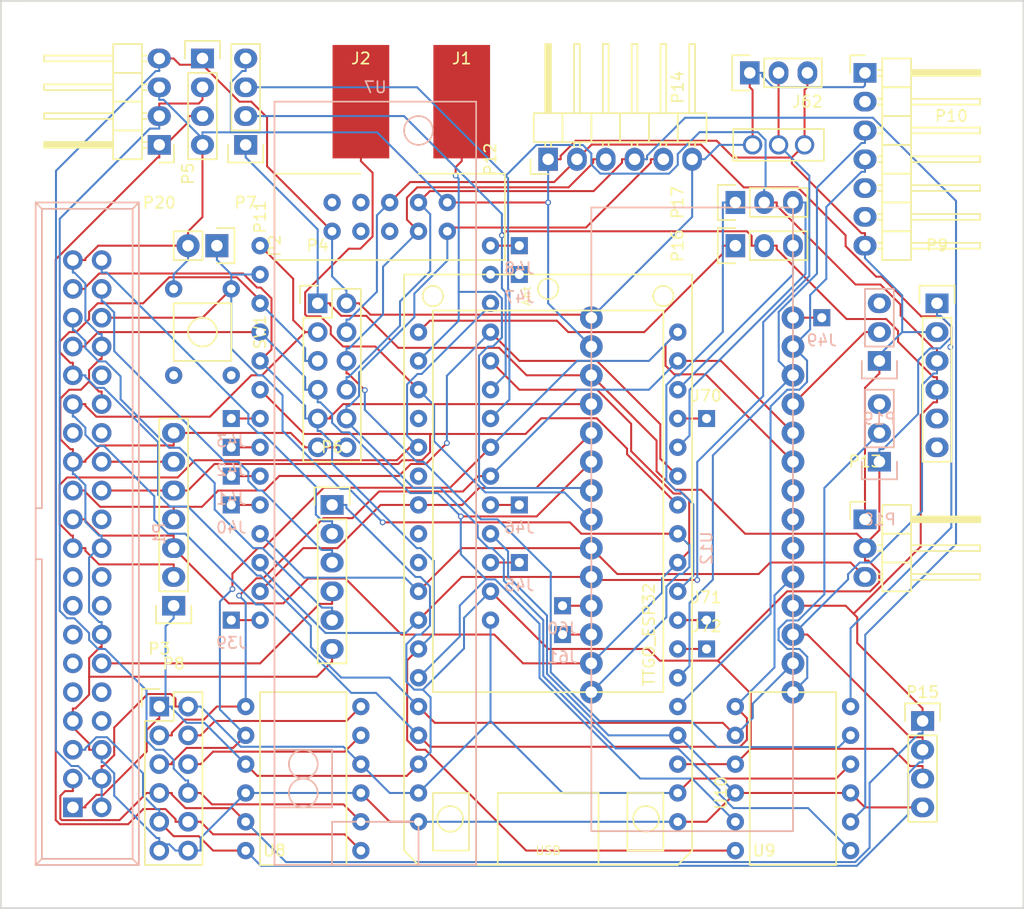
<source format=kicad_pcb>
(kicad_pcb (version 4) (host pcbnew 4.0.2+dfsg1-stable)
  (layers (0 F.Cu signal hide) (31 B.Cu signal hide) (34 B.Paste user hide) (35 F.Paste user hide) (36 B.SilkS user) (37 F.SilkS user) (38 B.Mask user hide) (39 F.Mask user hide) (44 Edge.Cuts user))
  (net 0 "")
  (net 1 "Net-(J39-Pad1)")
  (net 2 "Net-(J40-Pad1)")
  (net 3 "Net-(J41-Pad1)")
  (net 4 "Net-(J42-Pad1)")
  (net 5 "Net-(J43-Pad1)")
  (net 6 "Net-(J45-Pad1)")
  (net 7 "Net-(J46-Pad1)")
  (net 8 "Net-(J47-Pad1)")
  (net 9 "Net-(J48-Pad1)")
  (net 10 "Net-(J49-Pad1)")
  (net 11 "Net-(J60-Pad1)")
  (net 12 "Net-(J61-Pad1)")
  (net 13 "Net-(J70-Pad1)")
  (net 14 "Net-(J71-Pad1)")
  (net 15 "Net-(J72-Pad1)")
  (net 16 /VDD_3.3)
  (net 17 /VDD_5)
  (net 18 /I2C_SDA)
  (net 19 /I2C_SCL)
  (net 20 GND)
  (net 21 "Net-(P1-Pad8)")
  (net 22 "Net-(P1-Pad9)")
  (net 23 "Net-(P1-Pad10)")
  (net 24 "Net-(P1-Pad11)")
  (net 25 /PCM_CLK)
  (net 26 "Net-(P1-Pad13)")
  (net 27 "Net-(P1-Pad15)")
  (net 28 "Net-(P1-Pad16)")
  (net 29 "Net-(P1-Pad17)")
  (net 30 "Net-(P1-Pad18)")
  (net 31 /SPI_MOSI)
  (net 32 /SPI_MISO)
  (net 33 "Net-(P1-Pad22)")
  (net 34 /SPI_CLK)
  (net 35 /SPI_CS0)
  (net 36 /SPI_CS1)
  (net 37 "Net-(P1-Pad27)")
  (net 38 "Net-(P1-Pad28)")
  (net 39 /R1_3.3)
  (net 40 /R2_3.3)
  (net 41 "Net-(P1-Pad32)")
  (net 42 /R3_3.3)
  (net 43 /PCM_FS)
  (net 44 /BUTTON)
  (net 45 /R4_3.3)
  (net 46 /PCM_DIN)
  (net 47 /PCM_DOUT)
  (net 48 /DAC)
  (net 49 /LM35)
  (net 50 /POT)
  (net 51 /U2_RXD)
  (net 52 /U2_TXD)
  (net 53 /I2C_SCL_5)
  (net 54 /I2C_SDA_5)
  (net 55 /U2_RXD_5)
  (net 56 /U2_TXD_5)
  (net 57 /R4_5)
  (net 58 /R3_5)
  (net 59 /R2_5)
  (net 60 /R1_5)
  (net 61 /U0_RXD)
  (net 62 /U0_TXD)
  (net 63 /I2C_SCL_N)
  (net 64 /I2C_OLED_SCL)
  (net 65 /I2C_OLED_SDA)
  (net 66 /LORA_DI02)
  (net 67 /LORA_DI01)
  (net 68 /LORA_IRQ)
  (net 69 /LORA_RST)
  (net 70 /TOUCH_B)
  (net 71 /TOUCH_A)
  (net 72 /I2C_SDA_N)
  (net 73 "Net-(P9-Pad5)")
  (net 74 "Net-(P9-Pad6)")
  (net 75 "Net-(P10-Pad2)")
  (net 76 "Net-(P10-Pad5)")
  (net 77 "Net-(P10-Pad6)")
  (net 78 "Net-(P11-Pad6)")
  (net 79 "Net-(P11-Pad7)")
  (net 80 /SDA_5)
  (net 81 /SCL_5)
  (net 82 /SAFE_BOOT)
  (net 83 "Net-(P18-Pad3)")
  (net 84 /LW_LV_BTLD)
  (net 85 "Net-(P19-Pad3)")
  (net 86 "Net-(SW1-Pad1)")
  (net 87 "Net-(SW1-Pad4)")
  (net 88 "Net-(U12-Pad7)")
  (net 89 "Net-(U12-Pad8)")
  (net 90 "Net-(U12-Pad9)")
  (module Wire_Pads:SolderWirePad_single_SMD_5x10mm (layer F.Cu) (at 143.51 62.23)
    (fp_text reference J1 (at 0 -3.81) (layer F.SilkS))
    (fp_text value Conn_01x01)
    (pad 1 smd rect (at 0 0) (size 5 10) (layers F.Cu F.Paste F.Mask) (net 71 /TOUCH_A))
  )
  (module Wire_Pads:SolderWirePad_single_SMD_5x10mm (layer F.Cu) (at 134.62 62.23)
    (fp_text reference J2 (at 0 -3.81) (layer F.SilkS))
    (fp_text value Conn_01x01)
    (pad 1 smd rect (at 0 0) (size 5 10) (layers F.Cu F.Paste F.Mask) (net 70 /TOUCH_B))
  )
  (module Measurement_Points:Measurement_Point_Square-TH_Small (layer B.Cu) (at 123.19 107.95)
    (fp_text reference J39 (at 0 2) (layer B.SilkS) (effects (justify mirror)))
    (fp_text value Conn_01x01)
    (pad 1 thru_hole rect (at 0 0) (size 1.5 1.5) (drill 0.8) (layers *.Cu *.Mask) (net 1 "Net-(J39-Pad1)"))
  )
  (module Measurement_Points:Measurement_Point_Square-TH_Small (layer B.Cu) (at 123.19 97.79)
    (fp_text reference J40 (at 0 2) (layer B.SilkS) (effects (justify mirror)))
    (fp_text value Conn_01x01)
    (pad 1 thru_hole rect (at 0 0) (size 1.5 1.5) (drill 0.8) (layers *.Cu *.Mask) (net 2 "Net-(J40-Pad1)"))
  )
  (module Measurement_Points:Measurement_Point_Square-TH_Small (layer B.Cu) (at 123.19 95.25)
    (fp_text reference J41 (at 0 2) (layer B.SilkS) (effects (justify mirror)))
    (fp_text value Conn_01x01)
    (pad 1 thru_hole rect (at 0 0) (size 1.5 1.5) (drill 0.8) (layers *.Cu *.Mask) (net 3 "Net-(J41-Pad1)"))
  )
  (module Measurement_Points:Measurement_Point_Square-TH_Small (layer B.Cu) (at 123.19 92.71)
    (fp_text reference J42 (at 0 2) (layer B.SilkS) (effects (justify mirror)))
    (fp_text value Conn_01x01)
    (pad 1 thru_hole rect (at 0 0) (size 1.5 1.5) (drill 0.8) (layers *.Cu *.Mask) (net 4 "Net-(J42-Pad1)"))
  )
  (module Measurement_Points:Measurement_Point_Square-TH_Small (layer B.Cu) (at 123.19 90.17)
    (fp_text reference J43 (at 0 2) (layer B.SilkS) (effects (justify mirror)))
    (fp_text value Conn_01x01)
    (pad 1 thru_hole rect (at 0 0) (size 1.5 1.5) (drill 0.8) (layers *.Cu *.Mask) (net 5 "Net-(J43-Pad1)"))
  )
  (module Measurement_Points:Measurement_Point_Square-TH_Small (layer B.Cu) (at 148.59 102.87)
    (fp_text reference J45 (at 0 2) (layer B.SilkS) (effects (justify mirror)))
    (fp_text value Conn_01x01)
    (pad 1 thru_hole rect (at 0 0) (size 1.5 1.5) (drill 0.8) (layers *.Cu *.Mask) (net 6 "Net-(J45-Pad1)"))
  )
  (module Measurement_Points:Measurement_Point_Square-TH_Small (layer B.Cu) (at 148.59 97.79)
    (fp_text reference J46 (at 0 2) (layer B.SilkS) (effects (justify mirror)))
    (fp_text value Conn_01x01)
    (pad 1 thru_hole rect (at 0 0) (size 1.5 1.5) (drill 0.8) (layers *.Cu *.Mask) (net 7 "Net-(J46-Pad1)"))
  )
  (module Measurement_Points:Measurement_Point_Square-TH_Small (layer B.Cu) (at 148.59 77.47)
    (fp_text reference J47 (at 0 2) (layer B.SilkS) (effects (justify mirror)))
    (fp_text value Conn_01x01)
    (pad 1 thru_hole rect (at 0 0) (size 1.5 1.5) (drill 0.8) (layers *.Cu *.Mask) (net 8 "Net-(J47-Pad1)"))
  )
  (module Measurement_Points:Measurement_Point_Square-TH_Small (layer B.Cu) (at 148.59 74.93)
    (fp_text reference J48 (at 0 2) (layer B.SilkS) (effects (justify mirror)))
    (fp_text value Conn_01x01)
    (pad 1 thru_hole rect (at 0 0) (size 1.5 1.5) (drill 0.8) (layers *.Cu *.Mask) (net 9 "Net-(J48-Pad1)"))
  )
  (module Measurement_Points:Measurement_Point_Square-TH_Small (layer B.Cu) (at 175.26 81.28)
    (fp_text reference J49 (at 0 2) (layer B.SilkS) (effects (justify mirror)))
    (fp_text value Conn_01x01)
    (pad 1 thru_hole rect (at 0 0) (size 1.5 1.5) (drill 0.8) (layers *.Cu *.Mask) (net 10 "Net-(J49-Pad1)"))
  )
  (module Measurement_Points:Measurement_Point_Square-TH_Small (layer B.Cu) (at 152.4 106.68)
    (fp_text reference J60 (at 0 2) (layer B.SilkS) (effects (justify mirror)))
    (fp_text value Conn_01x01)
    (pad 1 thru_hole rect (at 0 0) (size 1.5 1.5) (drill 0.8) (layers *.Cu *.Mask) (net 11 "Net-(J60-Pad1)"))
  )
  (module Measurement_Points:Measurement_Point_Square-TH_Small (layer B.Cu) (at 152.4 109.22)
    (fp_text reference J61 (at 0 2) (layer B.SilkS) (effects (justify mirror)))
    (fp_text value Conn_01x01)
    (pad 1 thru_hole rect (at 0 0) (size 1.5 1.5) (drill 0.8) (layers *.Cu *.Mask) (net 12 "Net-(J61-Pad1)"))
  )
  (module TO_SOT_Packages_THT:SOT126_SOT32_Housing_Vertical (layer F.Cu) (at 171.45 66.04)
    (fp_text reference J62 (at 2.54 -3.81) (layer F.SilkS))
    (fp_text value LM35_c)
    (pad 2 thru_hole circle (at 0 0) (size 1.69926 1.69926) (drill 1.19888) (layers *.Cu *.Mask) (net 49 /LM35))
    (pad 1 thru_hole circle (at -2.29108 0) (size 1.69926 1.69926) (drill 1.19888) (layers *.Cu *.Mask) (net 17 /VDD_5))
    (pad 3 thru_hole circle (at 2.29108 0) (size 1.69926 1.69926) (drill 1.19888) (layers *.Cu *.Mask) (net 20 GND))
  )
  (module Measurement_Points:Measurement_Point_Square-TH_Small (layer F.Cu) (at 165.1 90.17)
    (fp_text reference J70 (at 0 -2) (layer F.SilkS))
    (fp_text value Conn_01x01)
    (pad 1 thru_hole rect (at 0 0) (size 1.5 1.5) (drill 0.8) (layers *.Cu *.Mask) (net 13 "Net-(J70-Pad1)"))
  )
  (module Measurement_Points:Measurement_Point_Square-TH_Small (layer F.Cu) (at 165.1 107.95)
    (fp_text reference J71 (at 0 -2) (layer F.SilkS))
    (fp_text value Conn_01x01)
    (pad 1 thru_hole rect (at 0 0) (size 1.5 1.5) (drill 0.8) (layers *.Cu *.Mask) (net 14 "Net-(J71-Pad1)"))
  )
  (module Measurement_Points:Measurement_Point_Square-TH_Small (layer F.Cu) (at 165.1 110.49)
    (fp_text reference J72 (at 0 -2) (layer F.SilkS))
    (fp_text value Conn_01x01)
    (pad 1 thru_hole rect (at 0 0) (size 1.5 1.5) (drill 0.8) (layers *.Cu *.Mask) (net 15 "Net-(J72-Pad1)"))
  )
  (module Pin_Headers:Pin_Header_Straight_1x02 (layer F.Cu) (at 121.92 74.93 270)
    (fp_text reference P2 (at 0 -5.1 270) (layer F.SilkS))
    (fp_text value BT)
    (pad 1 thru_hole rect (at 0 0 270) (size 2.032 2.032) (drill 1.016) (layers *.Cu *.Mask) (net 44 /BUTTON))
    (pad 2 thru_hole oval (at 0 2.54 270) (size 2.032 2.032) (drill 1.016) (layers *.Cu *.Mask) (net 20 GND))
  )
  (module Pin_Headers:Pin_Header_Straight_2x06 (layer F.Cu) (at 116.84 115.57)
    (fp_text reference P3 (at 0 -5.1) (layer F.SilkS))
    (fp_text value UART/I2C)
    (pad 1 thru_hole rect (at 0 0) (size 1.7272 1.7272) (drill 1.016) (layers *.Cu *.Mask) (net 16 /VDD_3.3))
    (pad 2 thru_hole oval (at 2.54 0) (size 1.7272 1.7272) (drill 1.016) (layers *.Cu *.Mask) (net 17 /VDD_5))
    (pad 3 thru_hole oval (at 0 2.54) (size 1.7272 1.7272) (drill 1.016) (layers *.Cu *.Mask) (net 52 /U2_TXD))
    (pad 4 thru_hole oval (at 2.54 2.54) (size 1.7272 1.7272) (drill 1.016) (layers *.Cu *.Mask) (net 56 /U2_TXD_5))
    (pad 5 thru_hole oval (at 0 5.08) (size 1.7272 1.7272) (drill 1.016) (layers *.Cu *.Mask) (net 51 /U2_RXD))
    (pad 6 thru_hole oval (at 2.54 5.08) (size 1.7272 1.7272) (drill 1.016) (layers *.Cu *.Mask) (net 55 /U2_RXD_5))
    (pad 7 thru_hole oval (at 0 7.62) (size 1.7272 1.7272) (drill 1.016) (layers *.Cu *.Mask) (net 18 /I2C_SDA))
    (pad 8 thru_hole oval (at 2.54 7.62) (size 1.7272 1.7272) (drill 1.016) (layers *.Cu *.Mask) (net 54 /I2C_SDA_5))
    (pad 9 thru_hole oval (at 0 10.16) (size 1.7272 1.7272) (drill 1.016) (layers *.Cu *.Mask) (net 19 /I2C_SCL))
    (pad 10 thru_hole oval (at 2.54 10.16) (size 1.7272 1.7272) (drill 1.016) (layers *.Cu *.Mask) (net 53 /I2C_SCL_5))
    (pad 11 thru_hole oval (at 0 12.7) (size 1.7272 1.7272) (drill 1.016) (layers *.Cu *.Mask) (net 20 GND))
    (pad 12 thru_hole oval (at 2.54 12.7) (size 1.7272 1.7272) (drill 1.016) (layers *.Cu *.Mask) (net 20 GND))
  )
  (module Pin_Headers:Pin_Header_Straight_2x06 (layer F.Cu) (at 130.81 80.01)
    (fp_text reference P4 (at 0 -5.1) (layer F.SilkS))
    (fp_text value "4 I/O")
    (pad 1 thru_hole rect (at 0 0) (size 1.7272 1.7272) (drill 1.016) (layers *.Cu *.Mask) (net 16 /VDD_3.3))
    (pad 2 thru_hole oval (at 2.54 0) (size 1.7272 1.7272) (drill 1.016) (layers *.Cu *.Mask) (net 17 /VDD_5))
    (pad 3 thru_hole oval (at 0 2.54) (size 1.7272 1.7272) (drill 1.016) (layers *.Cu *.Mask) (net 39 /R1_3.3))
    (pad 4 thru_hole oval (at 2.54 2.54) (size 1.7272 1.7272) (drill 1.016) (layers *.Cu *.Mask) (net 60 /R1_5))
    (pad 5 thru_hole oval (at 0 5.08) (size 1.7272 1.7272) (drill 1.016) (layers *.Cu *.Mask) (net 40 /R2_3.3))
    (pad 6 thru_hole oval (at 2.54 5.08) (size 1.7272 1.7272) (drill 1.016) (layers *.Cu *.Mask) (net 59 /R2_5))
    (pad 7 thru_hole oval (at 0 7.62) (size 1.7272 1.7272) (drill 1.016) (layers *.Cu *.Mask) (net 42 /R3_3.3))
    (pad 8 thru_hole oval (at 2.54 7.62) (size 1.7272 1.7272) (drill 1.016) (layers *.Cu *.Mask) (net 58 /R3_5))
    (pad 9 thru_hole oval (at 0 10.16) (size 1.7272 1.7272) (drill 1.016) (layers *.Cu *.Mask) (net 45 /R4_3.3))
    (pad 10 thru_hole oval (at 2.54 10.16) (size 1.7272 1.7272) (drill 1.016) (layers *.Cu *.Mask) (net 57 /R4_5))
    (pad 11 thru_hole oval (at 0 12.7) (size 1.7272 1.7272) (drill 1.016) (layers *.Cu *.Mask) (net 20 GND))
    (pad 12 thru_hole oval (at 2.54 12.7) (size 1.7272 1.7272) (drill 1.016) (layers *.Cu *.Mask) (net 20 GND))
  )
  (module Pin_Headers:Pin_Header_Straight_1x04 (layer F.Cu) (at 120.65 58.42)
    (fp_text reference P5 (at -1.27 10.16 90) (layer F.SilkS))
    (fp_text value I2C_5)
    (pad 1 thru_hole rect (at 0 0) (size 2.032 1.7272) (drill 1.016) (layers *.Cu *.Mask) (net 17 /VDD_5))
    (pad 2 thru_hole oval (at 0 2.54) (size 2.032 1.7272) (drill 1.016) (layers *.Cu *.Mask) (net 54 /I2C_SDA_5))
    (pad 3 thru_hole oval (at 0 5.08) (size 2.032 1.7272) (drill 1.016) (layers *.Cu *.Mask) (net 53 /I2C_SCL_5))
    (pad 4 thru_hole oval (at 0 7.62) (size 2.032 1.7272) (drill 1.016) (layers *.Cu *.Mask) (net 20 GND))
  )
  (module Pin_Headers:Pin_Header_Straight_1x06 (layer F.Cu) (at 132.08 97.79)
    (fp_text reference P6 (at 0 -5.1) (layer F.SilkS))
    (fp_text value PCM_3.3)
    (pad 1 thru_hole rect (at 0 0) (size 2.032 1.7272) (drill 1.016) (layers *.Cu *.Mask) (net 16 /VDD_3.3))
    (pad 2 thru_hole oval (at 0 2.54) (size 2.032 1.7272) (drill 1.016) (layers *.Cu *.Mask) (net 47 /PCM_DOUT))
    (pad 3 thru_hole oval (at 0 5.08) (size 2.032 1.7272) (drill 1.016) (layers *.Cu *.Mask) (net 46 /PCM_DIN))
    (pad 4 thru_hole oval (at 0 7.62) (size 2.032 1.7272) (drill 1.016) (layers *.Cu *.Mask) (net 25 /PCM_CLK))
    (pad 5 thru_hole oval (at 0 10.16) (size 2.032 1.7272) (drill 1.016) (layers *.Cu *.Mask) (net 43 /PCM_FS))
    (pad 6 thru_hole oval (at 0 12.7) (size 2.032 1.7272) (drill 1.016) (layers *.Cu *.Mask) (net 20 GND))
  )
  (module Pin_Headers:Pin_Header_Straight_1x04 (layer F.Cu) (at 124.46 66.04 180)
    (fp_text reference P7 (at 0 -5.1 180) (layer F.SilkS))
    (fp_text value I2C_3.3)
    (pad 1 thru_hole rect (at 0 0 180) (size 2.032 1.7272) (drill 1.016) (layers *.Cu *.Mask) (net 16 /VDD_3.3))
    (pad 2 thru_hole oval (at 0 2.54 180) (size 2.032 1.7272) (drill 1.016) (layers *.Cu *.Mask) (net 18 /I2C_SDA))
    (pad 3 thru_hole oval (at 0 5.08 180) (size 2.032 1.7272) (drill 1.016) (layers *.Cu *.Mask) (net 19 /I2C_SCL))
    (pad 4 thru_hole oval (at 0 7.62 180) (size 2.032 1.7272) (drill 1.016) (layers *.Cu *.Mask) (net 20 GND))
  )
  (module Pin_Headers:Pin_Header_Straight_1x07 (layer F.Cu) (at 118.11 106.68 180)
    (fp_text reference P8 (at 0 -5.1 180) (layer F.SilkS))
    (fp_text value SPI_3.3)
    (pad 1 thru_hole rect (at 0 0 180) (size 2.032 1.7272) (drill 1.016) (layers *.Cu *.Mask) (net 16 /VDD_3.3))
    (pad 2 thru_hole oval (at 0 2.54 180) (size 2.032 1.7272) (drill 1.016) (layers *.Cu *.Mask) (net 31 /SPI_MOSI))
    (pad 3 thru_hole oval (at 0 5.08 180) (size 2.032 1.7272) (drill 1.016) (layers *.Cu *.Mask) (net 32 /SPI_MISO))
    (pad 4 thru_hole oval (at 0 7.62 180) (size 2.032 1.7272) (drill 1.016) (layers *.Cu *.Mask) (net 34 /SPI_CLK))
    (pad 5 thru_hole oval (at 0 10.16 180) (size 2.032 1.7272) (drill 1.016) (layers *.Cu *.Mask) (net 35 /SPI_CS0))
    (pad 6 thru_hole oval (at 0 12.7 180) (size 2.032 1.7272) (drill 1.016) (layers *.Cu *.Mask) (net 36 /SPI_CS1))
    (pad 7 thru_hole oval (at 0 15.24 180) (size 2.032 1.7272) (drill 1.016) (layers *.Cu *.Mask) (net 20 GND))
  )
  (module Pin_Headers:Pin_Header_Straight_1x06 (layer F.Cu) (at 185.42 80.01)
    (fp_text reference P9 (at 0 -5.1) (layer F.SilkS))
    (fp_text value BME280)
    (pad 1 thru_hole rect (at 0 0) (size 2.032 1.7272) (drill 1.016) (layers *.Cu *.Mask) (net 16 /VDD_3.3))
    (pad 2 thru_hole oval (at 0 2.54) (size 2.032 1.7272) (drill 1.016) (layers *.Cu *.Mask) (net 20 GND))
    (pad 3 thru_hole oval (at 0 5.08) (size 2.032 1.7272) (drill 1.016) (layers *.Cu *.Mask) (net 19 /I2C_SCL))
    (pad 4 thru_hole oval (at 0 7.62) (size 2.032 1.7272) (drill 1.016) (layers *.Cu *.Mask) (net 18 /I2C_SDA))
    (pad 5 thru_hole oval (at 0 10.16) (size 2.032 1.7272) (drill 1.016) (layers *.Cu *.Mask) (net 73 "Net-(P9-Pad5)"))
    (pad 6 thru_hole oval (at 0 12.7) (size 2.032 1.7272) (drill 1.016) (layers *.Cu *.Mask) (net 74 "Net-(P9-Pad6)"))
  )
  (module Pin_Headers:Pin_Header_Angled_1x07 (layer F.Cu) (at 179.07 59.69)
    (fp_text reference P10 (at 7.62 3.81) (layer F.SilkS))
    (fp_text value UART/USB_3.3)
    (pad 1 thru_hole rect (at 0 0) (size 2.032 1.7272) (drill 1.016) (layers *.Cu *.Mask) (net 17 /VDD_5))
    (pad 2 thru_hole oval (at 0 2.54) (size 2.032 1.7272) (drill 1.016) (layers *.Cu *.Mask) (net 75 "Net-(P10-Pad2)"))
    (pad 3 thru_hole oval (at 0 5.08) (size 2.032 1.7272) (drill 1.016) (layers *.Cu *.Mask) (net 62 /U0_TXD))
    (pad 4 thru_hole oval (at 0 7.62) (size 2.032 1.7272) (drill 1.016) (layers *.Cu *.Mask) (net 61 /U0_RXD))
    (pad 5 thru_hole oval (at 0 10.16) (size 2.032 1.7272) (drill 1.016) (layers *.Cu *.Mask) (net 76 "Net-(P10-Pad5)"))
    (pad 6 thru_hole oval (at 0 12.7) (size 2.032 1.7272) (drill 1.016) (layers *.Cu *.Mask) (net 77 "Net-(P10-Pad6)"))
    (pad 7 thru_hole oval (at 0 15.24) (size 2.032 1.7272) (drill 1.016) (layers *.Cu *.Mask) (net 20 GND))
  )
  (module Pin_Headers:Pin_Header_Angled_1x06 (layer F.Cu) (at 151.13 67.31 90)
    (fp_text reference P12 (at 0 -5.1 90) (layer F.SilkS))
    (fp_text value RELAYS_5)
    (pad 1 thru_hole rect (at 0 0 90) (size 2.032 1.7272) (drill 1.016) (layers *.Cu *.Mask) (net 20 GND))
    (pad 2 thru_hole oval (at 0 2.54 90) (size 2.032 1.7272) (drill 1.016) (layers *.Cu *.Mask) (net 60 /R1_5))
    (pad 3 thru_hole oval (at 0 5.08 90) (size 2.032 1.7272) (drill 1.016) (layers *.Cu *.Mask) (net 59 /R2_5))
    (pad 4 thru_hole oval (at 0 7.62 90) (size 2.032 1.7272) (drill 1.016) (layers *.Cu *.Mask) (net 58 /R3_5))
    (pad 5 thru_hole oval (at 0 10.16 90) (size 2.032 1.7272) (drill 1.016) (layers *.Cu *.Mask) (net 57 /R4_5))
    (pad 6 thru_hole oval (at 0 12.7 90) (size 2.032 1.7272) (drill 1.016) (layers *.Cu *.Mask) (net 17 /VDD_5))
  )
  (module Pin_Headers:Pin_Header_Angled_1x03 (layer F.Cu) (at 179.07 99.06)
    (fp_text reference P13 (at 0 -5.1) (layer F.SilkS))
    (fp_text value POT_3.3)
    (pad 1 thru_hole rect (at 0 0) (size 2.032 1.7272) (drill 1.016) (layers *.Cu *.Mask) (net 20 GND))
    (pad 2 thru_hole oval (at 0 2.54) (size 2.032 1.7272) (drill 1.016) (layers *.Cu *.Mask) (net 16 /VDD_3.3))
    (pad 3 thru_hole oval (at 0 5.08) (size 2.032 1.7272) (drill 1.016) (layers *.Cu *.Mask) (net 50 /POT))
  )
  (module Pin_Headers:Pin_Header_Straight_1x03 (layer F.Cu) (at 168.91 59.69 90)
    (fp_text reference P14 (at -1.27 -6.35 90) (layer F.SilkS))
    (fp_text value LM35)
    (pad 1 thru_hole rect (at 0 0 90) (size 2.032 1.7272) (drill 1.016) (layers *.Cu *.Mask) (net 17 /VDD_5))
    (pad 2 thru_hole oval (at 0 2.54 90) (size 2.032 1.7272) (drill 1.016) (layers *.Cu *.Mask) (net 49 /LM35))
    (pad 3 thru_hole oval (at 0 5.08 90) (size 2.032 1.7272) (drill 1.016) (layers *.Cu *.Mask) (net 20 GND))
  )
  (module Pin_Headers:Pin_Header_Straight_1x04 (layer F.Cu) (at 184.15 116.84)
    (fp_text reference P15 (at 0 -2.54) (layer F.SilkS))
    (fp_text value OLED_3.3)
    (pad 1 thru_hole rect (at 0 0) (size 2.032 1.7272) (drill 1.016) (layers *.Cu *.Mask) (net 18 /I2C_SDA))
    (pad 2 thru_hole oval (at 0 2.54) (size 2.032 1.7272) (drill 1.016) (layers *.Cu *.Mask) (net 19 /I2C_SCL))
    (pad 3 thru_hole oval (at 0 5.08) (size 2.032 1.7272) (drill 1.016) (layers *.Cu *.Mask) (net 16 /VDD_3.3))
    (pad 4 thru_hole oval (at 0 7.62) (size 2.032 1.7272) (drill 1.016) (layers *.Cu *.Mask) (net 20 GND))
  )
  (module Pin_Headers:Pin_Header_Straight_1x03 (layer F.Cu) (at 167.64 74.93 90)
    (fp_text reference P16 (at 0 -5.1 90) (layer F.SilkS))
    (fp_text value SW_I2C_SDA)
    (pad 1 thru_hole rect (at 0 0 90) (size 2.032 1.7272) (drill 1.016) (layers *.Cu *.Mask) (net 72 /I2C_SDA_N))
    (pad 2 thru_hole oval (at 0 2.54 90) (size 2.032 1.7272) (drill 1.016) (layers *.Cu *.Mask) (net 18 /I2C_SDA))
    (pad 3 thru_hole oval (at 0 5.08 90) (size 2.032 1.7272) (drill 1.016) (layers *.Cu *.Mask) (net 65 /I2C_OLED_SDA))
  )
  (module Pin_Headers:Pin_Header_Straight_1x03 (layer F.Cu) (at 167.64 71.12 90)
    (fp_text reference P17 (at 0 -5.1 90) (layer F.SilkS))
    (fp_text value SW_I2C_SCL)
    (pad 1 thru_hole rect (at 0 0 90) (size 2.032 1.7272) (drill 1.016) (layers *.Cu *.Mask) (net 63 /I2C_SCL_N))
    (pad 2 thru_hole oval (at 0 2.54 90) (size 2.032 1.7272) (drill 1.016) (layers *.Cu *.Mask) (net 19 /I2C_SCL))
    (pad 3 thru_hole oval (at 0 5.08 90) (size 2.032 1.7272) (drill 1.016) (layers *.Cu *.Mask) (net 64 /I2C_OLED_SCL))
  )
  (module Pin_Headers:Pin_Header_Straight_1x03 (layer B.Cu) (at 180.34 93.98)
    (fp_text reference P18 (at 0 5.1) (layer B.SilkS) (effects (justify mirror)))
    (fp_text value "SAFE BOOT")
    (pad 1 thru_hole rect (at 0 0) (size 2.032 1.7272) (drill 1.016) (layers *.Cu *.Mask) (net 16 /VDD_3.3))
    (pad 2 thru_hole oval (at 0 -2.54) (size 2.032 1.7272) (drill 1.016) (layers *.Cu *.Mask) (net 82 /SAFE_BOOT))
    (pad 3 thru_hole oval (at 0 -5.08) (size 2.032 1.7272) (drill 1.016) (layers *.Cu *.Mask) (net 83 "Net-(P18-Pad3)"))
  )
  (module Pin_Headers:Pin_Header_Straight_1x03 (layer B.Cu) (at 180.34 85.09)
    (fp_text reference P19 (at 0 5.1) (layer B.SilkS) (effects (justify mirror)))
    (fp_text value "LOW LEVEL BOOTLOADER")
    (pad 1 thru_hole rect (at 0 0) (size 2.032 1.7272) (drill 1.016) (layers *.Cu *.Mask) (net 20 GND))
    (pad 2 thru_hole oval (at 0 -2.54) (size 2.032 1.7272) (drill 1.016) (layers *.Cu *.Mask) (net 84 /LW_LV_BTLD))
    (pad 3 thru_hole oval (at 0 -5.08) (size 2.032 1.7272) (drill 1.016) (layers *.Cu *.Mask) (net 85 "Net-(P19-Pad3)"))
  )
  (module eCat:BUTTON_THROUGH_HOLE (layer F.Cu) (at 120.65 82.55 90)
    (fp_text reference SW1 (at 0 5.08 90) (layer F.SilkS))
    (fp_text value BUTTON)
    (pad 1 thru_hole circle (at -3.81 -2.54 90) (size 1.524 1.524) (drill 0.762) (layers *.Cu *.Mask) (net 86 "Net-(SW1-Pad1)"))
    (pad 2 thru_hole circle (at 3.81 -2.54 90) (size 1.524 1.524) (drill 0.762) (layers *.Cu *.Mask) (net 20 GND))
    (pad 3 thru_hole circle (at 3.81 2.54 90) (size 1.524 1.524) (drill 0.762) (layers *.Cu *.Mask) (net 44 /BUTTON))
    (pad 4 thru_hole circle (at -3.81 2.54 90) (size 1.524 1.524) (drill 0.762) (layers *.Cu *.Mask) (net 87 "Net-(SW1-Pad4)"))
  )
  (module eCat:MKR_WAN_1300 (layer B.Cu) (at 135.89 91.44)
    (fp_text reference U7 (at 0 -30.48) (layer B.SilkS) (effects (justify mirror)))
    (fp_text value MKR_WAN_1300)
    (pad 1 thru_hole circle (at -10.16 16.51) (size 1.524 1.524) (drill 0.762) (layers *.Cu *.Mask) (net 1 "Net-(J39-Pad1)"))
    (pad 2 thru_hole circle (at -10.16 13.97) (size 1.524 1.524) (drill 0.762) (layers *.Cu *.Mask) (net 48 /DAC))
    (pad 3 thru_hole circle (at -10.16 11.43) (size 1.524 1.524) (drill 0.762) (layers *.Cu *.Mask) (net 49 /LM35))
    (pad 4 thru_hole circle (at -10.16 8.89) (size 1.524 1.524) (drill 0.762) (layers *.Cu *.Mask) (net 50 /POT))
    (pad 5 thru_hole circle (at -10.16 6.35) (size 1.524 1.524) (drill 0.762) (layers *.Cu *.Mask) (net 2 "Net-(J40-Pad1)"))
    (pad 6 thru_hole circle (at -10.16 3.81) (size 1.524 1.524) (drill 0.762) (layers *.Cu *.Mask) (net 3 "Net-(J41-Pad1)"))
    (pad 7 thru_hole circle (at -10.16 1.27) (size 1.524 1.524) (drill 0.762) (layers *.Cu *.Mask) (net 4 "Net-(J42-Pad1)"))
    (pad 8 thru_hole circle (at -10.16 -1.27) (size 1.524 1.524) (drill 0.762) (layers *.Cu *.Mask) (net 5 "Net-(J43-Pad1)"))
    (pad 9 thru_hole circle (at -10.16 -3.81) (size 1.524 1.524) (drill 0.762) (layers *.Cu *.Mask) (net 35 /SPI_CS0))
    (pad 10 thru_hole circle (at -10.16 -6.35) (size 1.524 1.524) (drill 0.762) (layers *.Cu *.Mask) (net 45 /R4_3.3))
    (pad 11 thru_hole circle (at -10.16 -8.89) (size 1.524 1.524) (drill 0.762) (layers *.Cu *.Mask) (net 42 /R3_3.3))
    (pad 12 thru_hole circle (at -10.16 -11.43) (size 1.524 1.524) (drill 0.762) (layers *.Cu *.Mask) (net 40 /R2_3.3))
    (pad 13 thru_hole circle (at -10.16 -13.97) (size 1.524 1.524) (drill 0.762) (layers *.Cu *.Mask) (net 44 /BUTTON))
    (pad 14 thru_hole circle (at -10.16 -16.51) (size 1.524 1.524) (drill 0.762) (layers *.Cu *.Mask) (net 39 /R1_3.3))
    (pad 15 thru_hole circle (at 10.16 -16.51) (size 1.524 1.524) (drill 0.762) (layers *.Cu *.Mask) (net 9 "Net-(J48-Pad1)"))
    (pad 16 thru_hole circle (at 10.16 -13.97) (size 1.524 1.524) (drill 0.762) (layers *.Cu *.Mask) (net 8 "Net-(J47-Pad1)"))
    (pad 17 thru_hole circle (at 10.16 -11.43) (size 1.524 1.524) (drill 0.762) (layers *.Cu *.Mask) (net 31 /SPI_MOSI))
    (pad 18 thru_hole circle (at 10.16 -8.89) (size 1.524 1.524) (drill 0.762) (layers *.Cu *.Mask) (net 34 /SPI_CLK))
    (pad 19 thru_hole circle (at 10.16 -6.35) (size 1.524 1.524) (drill 0.762) (layers *.Cu *.Mask) (net 32 /SPI_MISO))
    (pad 20 thru_hole circle (at 10.16 -3.81) (size 1.524 1.524) (drill 0.762) (layers *.Cu *.Mask) (net 18 /I2C_SDA))
    (pad 21 thru_hole circle (at 10.16 -1.27) (size 1.524 1.524) (drill 0.762) (layers *.Cu *.Mask) (net 19 /I2C_SCL))
    (pad 22 thru_hole circle (at 10.16 1.27) (size 1.524 1.524) (drill 0.762) (layers *.Cu *.Mask) (net 51 /U2_RXD))
    (pad 23 thru_hole circle (at 10.16 3.81) (size 1.524 1.524) (drill 0.762) (layers *.Cu *.Mask) (net 52 /U2_TXD))
    (pad 24 thru_hole circle (at 10.16 6.35) (size 1.524 1.524) (drill 0.762) (layers *.Cu *.Mask) (net 7 "Net-(J46-Pad1)"))
    (pad 25 thru_hole circle (at 10.16 8.89) (size 1.524 1.524) (drill 0.762) (layers *.Cu *.Mask) (net 20 GND))
    (pad 26 thru_hole circle (at 10.16 11.43) (size 1.524 1.524) (drill 0.762) (layers *.Cu *.Mask) (net 6 "Net-(J45-Pad1)"))
    (pad 27 thru_hole circle (at 10.16 13.97) (size 1.524 1.524) (drill 0.762) (layers *.Cu *.Mask) (net 16 /VDD_3.3))
    (pad 28 thru_hole circle (at 10.16 16.51) (size 1.524 1.524) (drill 0.762) (layers *.Cu *.Mask) (net 17 /VDD_5))
  )
  (module eCat:LEVEL_SHIFTER (layer F.Cu) (at 129.54 121.92)
    (fp_text reference U8 (at -2.54 6.35) (layer F.SilkS))
    (fp_text value LEVEL_SHIFTER)
    (pad 1 thru_hole circle (at -5.08 -6.35) (size 1.524 1.524) (drill 0.762) (layers *.Cu *.Mask) (net 52 /U2_TXD))
    (pad 2 thru_hole circle (at -5.08 -3.81) (size 1.524 1.524) (drill 0.762) (layers *.Cu *.Mask) (net 51 /U2_RXD))
    (pad 3 thru_hole circle (at -5.08 -1.27) (size 1.524 1.524) (drill 0.762) (layers *.Cu *.Mask) (net 16 /VDD_3.3))
    (pad 4 thru_hole circle (at -5.08 1.27) (size 1.524 1.524) (drill 0.762) (layers *.Cu *.Mask) (net 20 GND))
    (pad 5 thru_hole circle (at -5.08 3.81) (size 1.524 1.524) (drill 0.762) (layers *.Cu *.Mask) (net 18 /I2C_SDA))
    (pad 6 thru_hole circle (at -5.08 6.35) (size 1.524 1.524) (drill 0.762) (layers *.Cu *.Mask) (net 19 /I2C_SCL))
    (pad 7 thru_hole circle (at 5.08 6.35) (size 1.524 1.524) (drill 0.762) (layers *.Cu *.Mask) (net 53 /I2C_SCL_5))
    (pad 8 thru_hole circle (at 5.08 3.81) (size 1.524 1.524) (drill 0.762) (layers *.Cu *.Mask) (net 54 /I2C_SDA_5))
    (pad 9 thru_hole circle (at 5.08 1.27) (size 1.524 1.524) (drill 0.762) (layers *.Cu *.Mask) (net 20 GND))
    (pad 10 thru_hole circle (at 5.08 -1.27) (size 1.524 1.524) (drill 0.762) (layers *.Cu *.Mask) (net 17 /VDD_5))
    (pad 11 thru_hole circle (at 5.08 -3.81) (size 1.524 1.524) (drill 0.762) (layers *.Cu *.Mask) (net 55 /U2_RXD_5))
    (pad 12 thru_hole circle (at 5.08 -6.35) (size 1.524 1.524) (drill 0.762) (layers *.Cu *.Mask) (net 56 /U2_TXD_5))
  )
  (module eCat:LEVEL_SHIFTER (layer F.Cu) (at 172.72 121.92)
    (fp_text reference U9 (at -2.54 6.35) (layer F.SilkS))
    (fp_text value LEVEL_SHIFTER)
    (pad 1 thru_hole circle (at -5.08 -6.35) (size 1.524 1.524) (drill 0.762) (layers *.Cu *.Mask) (net 39 /R1_3.3))
    (pad 2 thru_hole circle (at -5.08 -3.81) (size 1.524 1.524) (drill 0.762) (layers *.Cu *.Mask) (net 40 /R2_3.3))
    (pad 3 thru_hole circle (at -5.08 -1.27) (size 1.524 1.524) (drill 0.762) (layers *.Cu *.Mask) (net 16 /VDD_3.3))
    (pad 4 thru_hole circle (at -5.08 1.27) (size 1.524 1.524) (drill 0.762) (layers *.Cu *.Mask) (net 20 GND))
    (pad 5 thru_hole circle (at -5.08 3.81) (size 1.524 1.524) (drill 0.762) (layers *.Cu *.Mask) (net 42 /R3_3.3))
    (pad 6 thru_hole circle (at -5.08 6.35) (size 1.524 1.524) (drill 0.762) (layers *.Cu *.Mask) (net 45 /R4_3.3))
    (pad 7 thru_hole circle (at 5.08 6.35) (size 1.524 1.524) (drill 0.762) (layers *.Cu *.Mask) (net 57 /R4_5))
    (pad 8 thru_hole circle (at 5.08 3.81) (size 1.524 1.524) (drill 0.762) (layers *.Cu *.Mask) (net 58 /R3_5))
    (pad 9 thru_hole circle (at 5.08 1.27) (size 1.524 1.524) (drill 0.762) (layers *.Cu *.Mask) (net 20 GND))
    (pad 10 thru_hole circle (at 5.08 -1.27) (size 1.524 1.524) (drill 0.762) (layers *.Cu *.Mask) (net 17 /VDD_5))
    (pad 11 thru_hole circle (at 5.08 -3.81) (size 1.524 1.524) (drill 0.762) (layers *.Cu *.Mask) (net 59 /R2_5))
    (pad 12 thru_hole circle (at 5.08 -6.35) (size 1.524 1.524) (drill 0.762) (layers *.Cu *.Mask) (net 60 /R1_5))
  )
  (module eCat:TTGO_ESP32 (layer F.Cu) (at 163.83 127 90)
    (fp_text reference U10 (at 3.81 2.54 90) (layer F.SilkS))
    (fp_text value TTGO_ESP32 (at 17.78 -3.81 90) (layer F.SilkS))
    (fp_text user Ant (at 47.625 -14.605 90) (layer F.SilkS) (effects (font (size 0.75 0.75) (thickness 0.1))))
    (fp_text user USB (at -1.27 -12.7 180) (layer F.SilkS) (effects (font (size 0.75 0.75) (thickness 0.1))))
    (pad 1 thru_hole circle (at 1.27 -1.27 90) (size 1.524 1.524) (drill 0.762) (layers *.Cu *.Mask) (net 20 GND))
    (pad 2 thru_hole circle (at 3.81 -1.27 90) (size 1.524 1.524) (drill 0.762) (layers *.Cu *.Mask) (net 17 /VDD_5))
    (pad 3 thru_hole circle (at 6.35 -1.27 90) (size 1.524 1.524) (drill 0.762) (layers *.Cu *.Mask) (net 16 /VDD_3.3))
    (pad 4 thru_hole circle (at 8.89 -1.27 90) (size 1.524 1.524) (drill 0.762) (layers *.Cu *.Mask) (net 20 GND))
    (pad 5 thru_hole circle (at 11.43 -1.27 90) (size 1.524 1.524) (drill 0.762) (layers *.Cu *.Mask) (net 61 /U0_RXD))
    (pad 6 thru_hole circle (at 13.97 -1.27 90) (size 1.524 1.524) (drill 0.762) (layers *.Cu *.Mask) (net 62 /U0_TXD))
    (pad 7 thru_hole circle (at 16.51 -1.27 90) (size 1.524 1.524) (drill 0.762) (layers *.Cu *.Mask) (net 15 "Net-(J72-Pad1)"))
    (pad 8 thru_hole circle (at 19.05 -1.27 90) (size 1.524 1.524) (drill 0.762) (layers *.Cu *.Mask) (net 14 "Net-(J71-Pad1)"))
    (pad 9 thru_hole circle (at 21.59 -1.27 90) (size 1.524 1.524) (drill 0.762) (layers *.Cu *.Mask) (net 63 /I2C_SCL_N))
    (pad 10 thru_hole circle (at 24.13 -1.27 90) (size 1.524 1.524) (drill 0.762) (layers *.Cu *.Mask) (net 32 /SPI_MISO))
    (pad 11 thru_hole circle (at 26.67 -1.27 90) (size 1.524 1.524) (drill 0.762) (layers *.Cu *.Mask) (net 44 /BUTTON))
    (pad 12 thru_hole circle (at 29.21 -1.27 90) (size 1.524 1.524) (drill 0.762) (layers *.Cu *.Mask) (net 35 /SPI_CS0))
    (pad 13 thru_hole circle (at 31.75 -1.27 90) (size 1.524 1.524) (drill 0.762) (layers *.Cu *.Mask) (net 34 /SPI_CLK))
    (pad 14 thru_hole circle (at 34.29 -1.27 90) (size 1.524 1.524) (drill 0.762) (layers *.Cu *.Mask) (net 64 /I2C_OLED_SCL))
    (pad 15 thru_hole circle (at 36.83 -1.27 90) (size 1.524 1.524) (drill 0.762) (layers *.Cu *.Mask) (net 13 "Net-(J70-Pad1)"))
    (pad 16 thru_hole circle (at 39.37 -1.27 90) (size 1.524 1.524) (drill 0.762) (layers *.Cu *.Mask) (net 65 /I2C_OLED_SDA))
    (pad 17 thru_hole circle (at 41.91 -1.27 90) (size 1.524 1.524) (drill 0.762) (layers *.Cu *.Mask) (net 52 /U2_TXD))
    (pad 18 thru_hole circle (at 44.45 -1.27 90) (size 1.524 1.524) (drill 0.762) (layers *.Cu *.Mask) (net 51 /U2_RXD))
    (pad 19 thru_hole circle (at 1.27 -24.13 90) (size 1.524 1.524) (drill 0.762) (layers *.Cu *.Mask) (net 20 GND))
    (pad 20 thru_hole circle (at 3.81 -24.13 90) (size 1.524 1.524) (drill 0.762) (layers *.Cu *.Mask) (net 17 /VDD_5))
    (pad 21 thru_hole circle (at 6.35 -24.13 90) (size 1.524 1.524) (drill 0.762) (layers *.Cu *.Mask) (net 16 /VDD_3.3))
    (pad 22 thru_hole circle (at 8.89 -24.13 90) (size 1.524 1.524) (drill 0.762) (layers *.Cu *.Mask) (net 39 /R1_3.3))
    (pad 23 thru_hole circle (at 11.43 -24.13 90) (size 1.524 1.524) (drill 0.762) (layers *.Cu *.Mask) (net 40 /R2_3.3))
    (pad 24 thru_hole circle (at 13.97 -24.13 90) (size 1.524 1.524) (drill 0.762) (layers *.Cu *.Mask) (net 42 /R3_3.3))
    (pad 25 thru_hole circle (at 16.51 -24.13 90) (size 1.524 1.524) (drill 0.762) (layers *.Cu *.Mask) (net 45 /R4_3.3))
    (pad 26 thru_hole circle (at 19.05 -24.13 90) (size 1.524 1.524) (drill 0.762) (layers *.Cu *.Mask) (net 49 /LM35))
    (pad 27 thru_hole circle (at 21.59 -24.13 90) (size 1.524 1.524) (drill 0.762) (layers *.Cu *.Mask) (net 50 /POT))
    (pad 28 thru_hole circle (at 24.13 -24.13 90) (size 1.524 1.524) (drill 0.762) (layers *.Cu *.Mask) (net 66 /LORA_DI02))
    (pad 29 thru_hole circle (at 26.67 -24.13 90) (size 1.524 1.524) (drill 0.762) (layers *.Cu *.Mask) (net 67 /LORA_DI01))
    (pad 30 thru_hole circle (at 29.21 -24.13 90) (size 1.524 1.524) (drill 0.762) (layers *.Cu *.Mask) (net 48 /DAC))
    (pad 31 thru_hole circle (at 31.75 -24.13 90) (size 1.524 1.524) (drill 0.762) (layers *.Cu *.Mask) (net 68 /LORA_IRQ))
    (pad 32 thru_hole circle (at 34.29 -24.13 90) (size 1.524 1.524) (drill 0.762) (layers *.Cu *.Mask) (net 31 /SPI_MOSI))
    (pad 33 thru_hole circle (at 36.83 -24.13 90) (size 1.524 1.524) (drill 0.762) (layers *.Cu *.Mask) (net 69 /LORA_RST))
    (pad 34 thru_hole circle (at 39.37 -24.13 90) (size 1.524 1.524) (drill 0.762) (layers *.Cu *.Mask) (net 70 /TOUCH_B))
    (pad 35 thru_hole circle (at 41.91 -24.13 90) (size 1.524 1.524) (drill 0.762) (layers *.Cu *.Mask) (net 71 /TOUCH_A))
    (pad 36 thru_hole circle (at 44.45 -24.13 90) (size 1.524 1.524) (drill 0.762) (layers *.Cu *.Mask) (net 72 /I2C_SDA_N))
    (pad "" np_thru_hole circle (at 47.625 -22.86 90) (size 1.524 1.524) (drill 1.524) (layers *.Cu *.Mask))
    (pad "" np_thru_hole circle (at 47.625 -2.54 90) (size 1.524 1.524) (drill 1.524) (layers *.Cu *.Mask))
  )
  (module Pycom:LoPy_with_headers (layer B.Cu) (at 172.72 81.28 270)
    (fp_text reference U12 (at 20.32 7.62 270) (layer B.SilkS) (effects (justify mirror)))
    (fp_text value LoPy)
    (pad 1 thru_hole circle (at 0 0 270) (size 2 2) (drill 1.02) (layers *.Cu *.Mask) (net 10 "Net-(J49-Pad1)"))
    (pad 2 thru_hole circle (at 2.54 0 270) (size 2 2) (drill 1.02) (layers *.Cu *.Mask) (net 61 /U0_RXD))
    (pad 3 thru_hole circle (at 5.08 0 270) (size 2 2) (drill 1.02) (layers *.Cu *.Mask) (net 62 /U0_TXD))
    (pad 4 thru_hole circle (at 7.62 0 270) (size 2 2) (drill 1.02) (layers *.Cu *.Mask) (net 84 /LW_LV_BTLD))
    (pad 5 thru_hole circle (at 10.16 0 270) (size 2 2) (drill 1.02) (layers *.Cu *.Mask) (net 52 /U2_TXD))
    (pad 6 thru_hole circle (at 12.7 0 270) (size 2 2) (drill 1.02) (layers *.Cu *.Mask) (net 51 /U2_RXD))
    (pad 7 thru_hole circle (at 15.24 0 270) (size 2 2) (drill 1.02) (layers *.Cu *.Mask) (net 88 "Net-(U12-Pad7)"))
    (pad 8 thru_hole circle (at 17.78 0 270) (size 2 2) (drill 1.02) (layers *.Cu *.Mask) (net 89 "Net-(U12-Pad8)"))
    (pad 9 thru_hole circle (at 20.32 0 270) (size 2 2) (drill 1.02) (layers *.Cu *.Mask) (net 90 "Net-(U12-Pad9)"))
    (pad 10 thru_hole circle (at 22.86 0 270) (size 2 2) (drill 1.02) (layers *.Cu *.Mask) (net 39 /R1_3.3))
    (pad 11 thru_hole circle (at 25.4 0 270) (size 2 2) (drill 1.02) (layers *.Cu *.Mask) (net 18 /I2C_SDA))
    (pad 12 thru_hole circle (at 27.94 0 270) (size 2 2) (drill 1.02) (layers *.Cu *.Mask) (net 19 /I2C_SCL))
    (pad 13 thru_hole circle (at 30.48 0 270) (size 2 2) (drill 1.02) (layers *.Cu *.Mask) (net 40 /R2_3.3))
    (pad 14 thru_hole circle (at 33.02 0 270) (size 2 2) (drill 1.02) (layers *.Cu *.Mask) (net 82 /SAFE_BOOT))
    (pad 15 thru_hole circle (at 33.02 17.78 270) (size 2 2) (drill 1.02) (layers *.Cu *.Mask) (net 44 /BUTTON))
    (pad 16 thru_hole circle (at 30.48 17.78 270) (size 2 2) (drill 1.02) (layers *.Cu *.Mask) (net 32 /SPI_MISO))
    (pad 17 thru_hole circle (at 27.94 17.78 270) (size 2 2) (drill 1.02) (layers *.Cu *.Mask) (net 12 "Net-(J61-Pad1)"))
    (pad 18 thru_hole circle (at 25.4 17.78 270) (size 2 2) (drill 1.02) (layers *.Cu *.Mask) (net 11 "Net-(J60-Pad1)"))
    (pad 19 thru_hole circle (at 22.86 17.78 270) (size 2 2) (drill 1.02) (layers *.Cu *.Mask) (net 49 /LM35))
    (pad 20 thru_hole circle (at 20.32 17.78 270) (size 2 2) (drill 1.02) (layers *.Cu *.Mask) (net 50 /POT))
    (pad 21 thru_hole circle (at 17.78 17.78 270) (size 2 2) (drill 1.02) (layers *.Cu *.Mask) (net 70 /TOUCH_B))
    (pad 22 thru_hole circle (at 15.24 17.78 270) (size 2 2) (drill 1.02) (layers *.Cu *.Mask) (net 71 /TOUCH_A))
    (pad 23 thru_hole circle (at 12.7 17.78 270) (size 2 2) (drill 1.02) (layers *.Cu *.Mask) (net 42 /R3_3.3))
    (pad 24 thru_hole circle (at 10.16 17.78 270) (size 2 2) (drill 1.02) (layers *.Cu *.Mask) (net 48 /DAC))
    (pad 25 thru_hole circle (at 7.62 17.78 270) (size 2 2) (drill 1.02) (layers *.Cu *.Mask) (net 45 /R4_3.3))
    (pad 26 thru_hole circle (at 5.08 17.78 270) (size 2 2) (drill 1.02) (layers *.Cu *.Mask) (net 16 /VDD_3.3))
    (pad 27 thru_hole circle (at 2.54 17.78 270) (size 2 2) (drill 1.02) (layers *.Cu *.Mask) (net 20 GND))
    (pad 28 thru_hole circle (at 0 17.78 270) (size 2 2) (drill 1.02) (layers *.Cu *.Mask) (net 17 /VDD_5))
  )
  (module Pin_Headers:Pin_Header_Angled_1x04 (layer F.Cu) (at 116.84 66.04 180)
    (fp_text reference P20 (at 0 -5.1 180) (layer F.SilkS))
    (fp_text value PCF8574)
    (pad 1 thru_hole rect (at 0 0 180) (size 2.032 1.7272) (drill 1.016) (layers *.Cu *.Mask) (net 53 /I2C_SCL_5))
    (pad 2 thru_hole oval (at 0 2.54 180) (size 2.032 1.7272) (drill 1.016) (layers *.Cu *.Mask) (net 54 /I2C_SDA_5))
    (pad 3 thru_hole oval (at 0 5.08 180) (size 2.032 1.7272) (drill 1.016) (layers *.Cu *.Mask) (net 20 GND))
    (pad 4 thru_hole oval (at 0 7.62 180) (size 2.032 1.7272) (drill 1.016) (layers *.Cu *.Mask) (net 17 /VDD_5))
  )
  (module eCat:CONN_5_eCAT (layer F.Cu) (at 137.16 72.39 270)
    (fp_text reference P11 (at 0 11.43 270) (layer F.SilkS))
    (fp_text value P2_eCat)
    (pad 1 thru_hole circle (at -1.27 -5.08 270) (size 1.524 1.524) (drill 0.762) (layers *.Cu *.Mask) (net 20 GND))
    (pad 2 thru_hole circle (at 1.27 -5.08 270) (size 1.524 1.524) (drill 0.762) (layers *.Cu *.Mask) (net 57 /R4_5))
    (pad 3 thru_hole circle (at -1.27 -2.54 270) (size 1.524 1.524) (drill 0.762) (layers *.Cu *.Mask) (net 58 /R3_5))
    (pad 4 thru_hole circle (at 1.27 -2.54 270) (size 1.524 1.524) (drill 0.762) (layers *.Cu *.Mask) (net 59 /R2_5))
    (pad 5 thru_hole circle (at -1.27 0 270) (size 1.524 1.524) (drill 0.762) (layers *.Cu *.Mask) (net 60 /R1_5))
    (pad 6 thru_hole circle (at 1.27 0 270) (size 1.524 1.524) (drill 0.762) (layers *.Cu *.Mask) (net 78 "Net-(P11-Pad6)"))
    (pad 7 thru_hole circle (at -1.27 2.54 270) (size 1.524 1.524) (drill 0.762) (layers *.Cu *.Mask) (net 79 "Net-(P11-Pad7)"))
    (pad 8 thru_hole circle (at 1.27 2.54 270) (size 1.524 1.524) (drill 0.762) (layers *.Cu *.Mask) (net 80 /SDA_5))
    (pad 9 thru_hole circle (at -1.27 5.08 270) (size 1.524 1.524) (drill 0.762) (layers *.Cu *.Mask) (net 81 /SCL_5))
    (pad 10 thru_hole circle (at 1.27 5.08 270) (size 1.524 1.524) (drill 0.762) (layers *.Cu *.Mask) (net 17 /VDD_5))
  )
  (module Connectors:IDC_Header_Straight_40pins (layer B.Cu) (at 109.22 124.46 90)
    (fp_text reference P1 (at 24.13 7.62 90) (layer B.SilkS) (effects (justify mirror)))
    (fp_text value CONN_02X20)
    (pad 1 thru_hole rect (at 0 0 90) (size 1.7272 1.7272) (drill 1.016) (layers *.Cu *.Mask) (net 16 /VDD_3.3))
    (pad 2 thru_hole oval (at 0 2.54 90) (size 1.7272 1.7272) (drill 1.016) (layers *.Cu *.Mask) (net 17 /VDD_5))
    (pad 3 thru_hole oval (at 2.54 0 90) (size 1.7272 1.7272) (drill 1.016) (layers *.Cu *.Mask) (net 18 /I2C_SDA))
    (pad 4 thru_hole oval (at 2.54 2.54 90) (size 1.7272 1.7272) (drill 1.016) (layers *.Cu *.Mask) (net 17 /VDD_5))
    (pad 5 thru_hole oval (at 5.08 0 90) (size 1.7272 1.7272) (drill 1.016) (layers *.Cu *.Mask) (net 19 /I2C_SCL))
    (pad 6 thru_hole oval (at 5.08 2.54 90) (size 1.7272 1.7272) (drill 1.016) (layers *.Cu *.Mask) (net 20 GND))
    (pad 7 thru_hole oval (at 7.62 0 90) (size 1.7272 1.7272) (drill 1.016) (layers *.Cu *.Mask) (net 20 GND))
    (pad 8 thru_hole oval (at 7.62 2.54 90) (size 1.7272 1.7272) (drill 1.016) (layers *.Cu *.Mask) (net 21 "Net-(P1-Pad8)"))
    (pad 9 thru_hole oval (at 10.16 0 90) (size 1.7272 1.7272) (drill 1.016) (layers *.Cu *.Mask) (net 22 "Net-(P1-Pad9)"))
    (pad 10 thru_hole oval (at 10.16 2.54 90) (size 1.7272 1.7272) (drill 1.016) (layers *.Cu *.Mask) (net 23 "Net-(P1-Pad10)"))
    (pad 11 thru_hole oval (at 12.7 0 90) (size 1.7272 1.7272) (drill 1.016) (layers *.Cu *.Mask) (net 24 "Net-(P1-Pad11)"))
    (pad 12 thru_hole oval (at 12.7 2.54 90) (size 1.7272 1.7272) (drill 1.016) (layers *.Cu *.Mask) (net 25 /PCM_CLK))
    (pad 13 thru_hole oval (at 15.24 0 90) (size 1.7272 1.7272) (drill 1.016) (layers *.Cu *.Mask) (net 26 "Net-(P1-Pad13)"))
    (pad 14 thru_hole oval (at 15.24 2.54 90) (size 1.7272 1.7272) (drill 1.016) (layers *.Cu *.Mask) (net 20 GND))
    (pad 15 thru_hole oval (at 17.78 0 90) (size 1.7272 1.7272) (drill 1.016) (layers *.Cu *.Mask) (net 27 "Net-(P1-Pad15)"))
    (pad 16 thru_hole oval (at 17.78 2.54 90) (size 1.7272 1.7272) (drill 1.016) (layers *.Cu *.Mask) (net 28 "Net-(P1-Pad16)"))
    (pad 17 thru_hole oval (at 20.32 0 90) (size 1.7272 1.7272) (drill 1.016) (layers *.Cu *.Mask) (net 29 "Net-(P1-Pad17)"))
    (pad 18 thru_hole oval (at 20.32 2.54 90) (size 1.7272 1.7272) (drill 1.016) (layers *.Cu *.Mask) (net 30 "Net-(P1-Pad18)"))
    (pad 19 thru_hole oval (at 22.86 0 90) (size 1.7272 1.7272) (drill 1.016) (layers *.Cu *.Mask) (net 31 /SPI_MOSI))
    (pad 20 thru_hole oval (at 22.86 2.54 90) (size 1.7272 1.7272) (drill 1.016) (layers *.Cu *.Mask) (net 20 GND))
    (pad 21 thru_hole oval (at 25.4 0 90) (size 1.7272 1.7272) (drill 1.016) (layers *.Cu *.Mask) (net 32 /SPI_MISO))
    (pad 22 thru_hole oval (at 25.4 2.54 90) (size 1.7272 1.7272) (drill 1.016) (layers *.Cu *.Mask) (net 33 "Net-(P1-Pad22)"))
    (pad 23 thru_hole oval (at 27.94 0 90) (size 1.7272 1.7272) (drill 1.016) (layers *.Cu *.Mask) (net 34 /SPI_CLK))
    (pad 24 thru_hole oval (at 27.94 2.54 90) (size 1.7272 1.7272) (drill 1.016) (layers *.Cu *.Mask) (net 35 /SPI_CS0))
    (pad 25 thru_hole oval (at 30.48 0 90) (size 1.7272 1.7272) (drill 1.016) (layers *.Cu *.Mask) (net 20 GND))
    (pad 26 thru_hole oval (at 30.48 2.54 90) (size 1.7272 1.7272) (drill 1.016) (layers *.Cu *.Mask) (net 36 /SPI_CS1))
    (pad 27 thru_hole oval (at 33.02 0 90) (size 1.7272 1.7272) (drill 1.016) (layers *.Cu *.Mask) (net 37 "Net-(P1-Pad27)"))
    (pad 28 thru_hole oval (at 33.02 2.54 90) (size 1.7272 1.7272) (drill 1.016) (layers *.Cu *.Mask) (net 38 "Net-(P1-Pad28)"))
    (pad 29 thru_hole oval (at 35.56 0 90) (size 1.7272 1.7272) (drill 1.016) (layers *.Cu *.Mask) (net 39 /R1_3.3))
    (pad 30 thru_hole oval (at 35.56 2.54 90) (size 1.7272 1.7272) (drill 1.016) (layers *.Cu *.Mask) (net 20 GND))
    (pad 31 thru_hole oval (at 38.1 0 90) (size 1.7272 1.7272) (drill 1.016) (layers *.Cu *.Mask) (net 40 /R2_3.3))
    (pad 32 thru_hole oval (at 38.1 2.54 90) (size 1.7272 1.7272) (drill 1.016) (layers *.Cu *.Mask) (net 41 "Net-(P1-Pad32)"))
    (pad 33 thru_hole oval (at 40.64 0 90) (size 1.7272 1.7272) (drill 1.016) (layers *.Cu *.Mask) (net 42 /R3_3.3))
    (pad 34 thru_hole oval (at 40.64 2.54 90) (size 1.7272 1.7272) (drill 1.016) (layers *.Cu *.Mask) (net 20 GND))
    (pad 35 thru_hole oval (at 43.18 0 90) (size 1.7272 1.7272) (drill 1.016) (layers *.Cu *.Mask) (net 43 /PCM_FS))
    (pad 36 thru_hole oval (at 43.18 2.54 90) (size 1.7272 1.7272) (drill 1.016) (layers *.Cu *.Mask) (net 44 /BUTTON))
    (pad 37 thru_hole oval (at 45.72 0 90) (size 1.7272 1.7272) (drill 1.016) (layers *.Cu *.Mask) (net 45 /R4_3.3))
    (pad 38 thru_hole oval (at 45.72 2.54 90) (size 1.7272 1.7272) (drill 1.016) (layers *.Cu *.Mask) (net 46 /PCM_DIN))
    (pad 39 thru_hole oval (at 48.26 0 90) (size 1.7272 1.7272) (drill 1.016) (layers *.Cu *.Mask) (net 20 GND))
    (pad 40 thru_hole oval (at 48.26 2.54 90) (size 1.7272 1.7272) (drill 1.016) (layers *.Cu *.Mask) (net 47 /PCM_DOUT))
  )
  (gr_line (start 102.87 53.34) (end 104.14 53.34) (angle 90) (layer Edge.Cuts) (width 0.15))
  (gr_line (start 102.87 133.35) (end 102.87 53.34) (angle 90) (layer Edge.Cuts) (width 0.15))
  (gr_line (start 193.04 133.35) (end 102.87 133.35) (angle 90) (layer Edge.Cuts) (width 0.15))
  (gr_line (start 193.04 53.34) (end 193.04 133.35) (angle 90) (layer Edge.Cuts) (width 0.15))
  (gr_line (start 104.14 53.34) (end 193.04 53.34) (angle 90) (layer Edge.Cuts) (width 0.15))
  (segment (start 125.73 107.95) (end 123.19 107.95) (width 0.1778) (layer F.Cu) (net 1))
  (segment (start 125.73 97.79) (end 123.19 97.79) (width 0.1778) (layer F.Cu) (net 2))
  (segment (start 125.73 95.25) (end 123.19 95.25) (width 0.1778) (layer F.Cu) (net 3))
  (segment (start 125.73 92.71) (end 123.19 92.71) (width 0.1778) (layer F.Cu) (net 4))
  (segment (start 125.73 90.17) (end 123.19 90.17) (width 0.1778) (layer F.Cu) (net 5))
  (segment (start 146.05 102.87) (end 148.59 102.87) (width 0.1778) (layer F.Cu) (net 6))
  (segment (start 146.05 97.79) (end 148.59 97.79) (width 0.1778) (layer F.Cu) (net 7))
  (segment (start 146.05 77.47) (end 148.59 77.47) (width 0.1778) (layer F.Cu) (net 8))
  (segment (start 146.05 74.93) (end 148.59 74.93) (width 0.1778) (layer F.Cu) (net 9))
  (segment (start 172.72 81.28) (end 175.26 81.28) (width 0.1778) (layer F.Cu) (net 10))
  (segment (start 154.94 106.68) (end 152.4 106.68) (width 0.1778) (layer F.Cu) (net 11))
  (segment (start 154.94 109.22) (end 152.4 109.22) (width 0.1778) (layer F.Cu) (net 12))
  (segment (start 162.56 90.17) (end 165.1 90.17) (width 0.1778) (layer F.Cu) (net 13))
  (segment (start 162.56 107.95) (end 165.1 107.95) (width 0.1778) (layer F.Cu) (net 14))
  (segment (start 162.56 110.49) (end 165.1 110.49) (width 0.1778) (layer F.Cu) (net 15))
  (segment (start 162.56 120.65) (end 167.64 120.65) (width 0.1778) (layer F.Cu) (net 16))
  (segment (start 117.9452 115.7081) (end 117.9452 115.57) (width 0.1778) (layer B.Cu) (net 16))
  (segment (start 119.2418 117.0047) (end 117.9452 115.7081) (width 0.1778) (layer B.Cu) (net 16))
  (segment (start 120.8147 117.0047) (end 119.2418 117.0047) (width 0.1778) (layer B.Cu) (net 16))
  (segment (start 124.46 120.65) (end 120.8147 117.0047) (width 0.1778) (layer B.Cu) (net 16))
  (segment (start 116.7017 116.6752) (end 116.84 116.6752) (width 0.1778) (layer F.Cu) (net 16))
  (segment (start 115.7348 117.6421) (end 116.7017 116.6752) (width 0.1778) (layer F.Cu) (net 16))
  (segment (start 115.7348 119.5205) (end 115.7348 117.6421) (width 0.1778) (layer F.Cu) (net 16))
  (segment (start 111.9005 123.3548) (end 115.7348 119.5205) (width 0.1778) (layer F.Cu) (net 16))
  (segment (start 111.2921 123.3548) (end 111.9005 123.3548) (width 0.1778) (layer F.Cu) (net 16))
  (segment (start 110.3252 124.3217) (end 111.2921 123.3548) (width 0.1778) (layer F.Cu) (net 16))
  (segment (start 110.3252 124.46) (end 110.3252 124.3217) (width 0.1778) (layer F.Cu) (net 16))
  (segment (start 109.22 124.46) (end 110.3252 124.46) (width 0.1778) (layer F.Cu) (net 16))
  (segment (start 116.84 115.57) (end 116.84 116.6752) (width 0.1778) (layer F.Cu) (net 16))
  (segment (start 116.84 115.57) (end 117.3926 115.57) (width 0.1778) (layer B.Cu) (net 16))
  (segment (start 117.3926 115.57) (end 117.9452 115.57) (width 0.1778) (layer B.Cu) (net 16))
  (segment (start 117.3926 108.5026) (end 118.11 107.7852) (width 0.1778) (layer B.Cu) (net 16))
  (segment (start 117.3926 115.57) (end 117.3926 108.5026) (width 0.1778) (layer B.Cu) (net 16))
  (segment (start 118.11 106.68) (end 118.11 107.7852) (width 0.1778) (layer B.Cu) (net 16))
  (segment (start 143.7124 107.7476) (end 146.05 105.41) (width 0.1778) (layer B.Cu) (net 16))
  (segment (start 143.7124 110.4474) (end 143.7124 107.7476) (width 0.1778) (layer B.Cu) (net 16))
  (segment (start 140.0804 114.0794) (end 143.7124 110.4474) (width 0.1778) (layer B.Cu) (net 16))
  (segment (start 140.7658 114.7648) (end 140.0804 114.0794) (width 0.1778) (layer B.Cu) (net 16))
  (segment (start 140.7658 119.5842) (end 140.7658 114.7648) (width 0.1778) (layer B.Cu) (net 16))
  (segment (start 139.7 120.65) (end 140.7658 119.5842) (width 0.1778) (layer B.Cu) (net 16))
  (segment (start 124.46 66.04) (end 124.46 67.1452) (width 0.1778) (layer B.Cu) (net 16))
  (segment (start 138.6681 121.6819) (end 139.7 120.65) (width 0.1778) (layer F.Cu) (net 16))
  (segment (start 125.4919 121.6819) (end 138.6681 121.6819) (width 0.1778) (layer F.Cu) (net 16))
  (segment (start 124.46 120.65) (end 125.4919 121.6819) (width 0.1778) (layer F.Cu) (net 16))
  (segment (start 130.81 80.01) (end 131.9152 80.01) (width 0.1778) (layer F.Cu) (net 16))
  (segment (start 132.08 97.79) (end 133.3376 97.79) (width 0.1778) (layer B.Cu) (net 16))
  (segment (start 130.81 73.4952) (end 130.81 80.01) (width 0.1778) (layer B.Cu) (net 16))
  (segment (start 124.46 67.1452) (end 130.81 73.4952) (width 0.1778) (layer B.Cu) (net 16))
  (segment (start 139.3275 114.0794) (end 140.0804 114.0794) (width 0.1778) (layer B.Cu) (net 16))
  (segment (start 138.6312 113.3831) (end 139.3275 114.0794) (width 0.1778) (layer B.Cu) (net 16))
  (segment (start 138.6312 110.0813) (end 138.6312 113.3831) (width 0.1778) (layer B.Cu) (net 16))
  (segment (start 139.4925 109.22) (end 138.6312 110.0813) (width 0.1778) (layer B.Cu) (net 16))
  (segment (start 139.9234 109.22) (end 139.4925 109.22) (width 0.1778) (layer B.Cu) (net 16))
  (segment (start 140.7094 108.434) (end 139.9234 109.22) (width 0.1778) (layer B.Cu) (net 16))
  (segment (start 140.7094 104.9828) (end 140.7094 108.434) (width 0.1778) (layer B.Cu) (net 16))
  (segment (start 139.8666 104.14) (end 140.7094 104.9828) (width 0.1778) (layer B.Cu) (net 16))
  (segment (start 139.4333 104.14) (end 139.8666 104.14) (width 0.1778) (layer B.Cu) (net 16))
  (segment (start 133.3376 98.0443) (end 139.4333 104.14) (width 0.1778) (layer B.Cu) (net 16))
  (segment (start 133.3376 97.79) (end 133.3376 98.0443) (width 0.1778) (layer B.Cu) (net 16))
  (segment (start 179.07 101.6) (end 179.07 102.7052) (width 0.1778) (layer F.Cu) (net 16))
  (segment (start 131.9152 80.1483) (end 131.9152 80.01) (width 0.1778) (layer F.Cu) (net 16))
  (segment (start 132.8821 81.1152) (end 131.9152 80.1483) (width 0.1778) (layer F.Cu) (net 16))
  (segment (start 135.0929 81.1152) (end 132.8821 81.1152) (width 0.1778) (layer F.Cu) (net 16))
  (segment (start 137.9146 83.9369) (end 135.0929 81.1152) (width 0.1778) (layer F.Cu) (net 16))
  (segment (start 146.8083 83.9369) (end 137.9146 83.9369) (width 0.1778) (layer F.Cu) (net 16))
  (segment (start 149.2314 86.36) (end 146.8083 83.9369) (width 0.1778) (layer F.Cu) (net 16))
  (segment (start 154.94 86.36) (end 149.2314 86.36) (width 0.1778) (layer F.Cu) (net 16))
  (segment (start 179.07 101.6) (end 179.07 101.0474) (width 0.1778) (layer F.Cu) (net 16))
  (segment (start 185.7308 81.1152) (end 185.42 81.1152) (width 0.1778) (layer B.Cu) (net 16))
  (segment (start 186.7012 82.0856) (end 185.7308 81.1152) (width 0.1778) (layer B.Cu) (net 16))
  (segment (start 186.7012 82.9843) (end 186.7012 82.0856) (width 0.1778) (layer B.Cu) (net 16))
  (segment (start 185.7008 83.9847) (end 186.7012 82.9843) (width 0.1778) (layer B.Cu) (net 16))
  (segment (start 184.8015 83.9847) (end 185.7008 83.9847) (width 0.1778) (layer B.Cu) (net 16))
  (segment (start 183.7605 85.0257) (end 184.8015 83.9847) (width 0.1778) (layer B.Cu) (net 16))
  (segment (start 183.7605 89.7651) (end 183.7605 85.0257) (width 0.1778) (layer B.Cu) (net 16))
  (segment (start 180.6508 92.8748) (end 183.7605 89.7651) (width 0.1778) (layer B.Cu) (net 16))
  (segment (start 180.34 92.8748) (end 180.6508 92.8748) (width 0.1778) (layer B.Cu) (net 16))
  (segment (start 180.34 93.98) (end 180.34 92.8748) (width 0.1778) (layer B.Cu) (net 16))
  (segment (start 185.42 80.01) (end 185.42 81.1152) (width 0.1778) (layer B.Cu) (net 16))
  (segment (start 160.971 111.5219) (end 166.0915 111.5219) (width 0.1778) (layer F.Cu) (net 16))
  (segment (start 159.939 110.4899) (end 160.971 111.5219) (width 0.1778) (layer F.Cu) (net 16))
  (segment (start 151.1299 110.4899) (end 159.939 110.4899) (width 0.1778) (layer F.Cu) (net 16))
  (segment (start 146.05 105.41) (end 151.1299 110.4899) (width 0.1778) (layer F.Cu) (net 16))
  (segment (start 179.3752 102.7052) (end 179.07 102.7052) (width 0.1778) (layer F.Cu) (net 16))
  (segment (start 180.3293 103.6593) (end 179.3752 102.7052) (width 0.1778) (layer F.Cu) (net 16))
  (segment (start 180.3293 104.6094) (end 180.3293 103.6593) (width 0.1778) (layer F.Cu) (net 16))
  (segment (start 179.5285 105.4102) (end 180.3293 104.6094) (width 0.1778) (layer F.Cu) (net 16))
  (segment (start 172.2032 105.4102) (end 179.5285 105.4102) (width 0.1778) (layer F.Cu) (net 16))
  (segment (start 166.0915 111.5219) (end 172.2032 105.4102) (width 0.1778) (layer F.Cu) (net 16))
  (segment (start 184.15 121.92) (end 184.15 120.8148) (width 0.1778) (layer F.Cu) (net 16))
  (segment (start 183.0448 120.8148) (end 184.15 120.8148) (width 0.1778) (layer F.Cu) (net 16))
  (segment (start 181.5249 119.2949) (end 183.0448 120.8148) (width 0.1778) (layer F.Cu) (net 16))
  (segment (start 168.9951 119.2949) (end 181.5249 119.2949) (width 0.1778) (layer F.Cu) (net 16))
  (segment (start 168.9951 114.4255) (end 168.9951 119.2949) (width 0.1778) (layer F.Cu) (net 16))
  (segment (start 166.0915 111.5219) (end 168.9951 114.4255) (width 0.1778) (layer F.Cu) (net 16))
  (segment (start 168.9951 119.2949) (end 167.64 120.65) (width 0.1778) (layer F.Cu) (net 16))
  (segment (start 179.3059 101.0474) (end 179.07 101.0474) (width 0.1778) (layer F.Cu) (net 16))
  (segment (start 180.34 100.0133) (end 179.3059 101.0474) (width 0.1778) (layer F.Cu) (net 16))
  (segment (start 180.34 93.98) (end 180.34 100.0133) (width 0.1778) (layer F.Cu) (net 16))
  (segment (start 160.6931 92.1131) (end 154.94 86.36) (width 0.1778) (layer F.Cu) (net 16))
  (segment (start 160.6931 94.8248) (end 160.6931 92.1131) (width 0.1778) (layer F.Cu) (net 16))
  (segment (start 162.324 96.4557) (end 160.6931 94.8248) (width 0.1778) (layer F.Cu) (net 16))
  (segment (start 164.6243 96.4557) (end 162.324 96.4557) (width 0.1778) (layer F.Cu) (net 16))
  (segment (start 168.4986 100.33) (end 164.6243 96.4557) (width 0.1778) (layer F.Cu) (net 16))
  (segment (start 178.3526 100.33) (end 168.4986 100.33) (width 0.1778) (layer F.Cu) (net 16))
  (segment (start 179.07 101.0474) (end 178.3526 100.33) (width 0.1778) (layer F.Cu) (net 16))
  (segment (start 120.65 58.42) (end 120.65 58.9726) (width 0.1778) (layer F.Cu) (net 17))
  (segment (start 118.6502 58.9726) (end 118.0976 58.42) (width 0.1778) (layer F.Cu) (net 17))
  (segment (start 120.65 58.9726) (end 118.6502 58.9726) (width 0.1778) (layer F.Cu) (net 17))
  (segment (start 116.84 58.42) (end 118.0976 58.42) (width 0.1778) (layer F.Cu) (net 17))
  (segment (start 166.2052 66.04) (end 164.9352 67.31) (width 0.1778) (layer B.Cu) (net 17))
  (segment (start 169.1589 66.04) (end 166.2052 66.04) (width 0.1778) (layer B.Cu) (net 17))
  (segment (start 163.83 67.31) (end 164.9352 67.31) (width 0.1778) (layer B.Cu) (net 17))
  (segment (start 170.0152 60.0009) (end 170.0152 59.69) (width 0.1778) (layer B.Cu) (net 17))
  (segment (start 170.9637 60.9494) (end 170.0152 60.0009) (width 0.1778) (layer B.Cu) (net 17))
  (segment (start 178.9158 60.9494) (end 170.9637 60.9494) (width 0.1778) (layer B.Cu) (net 17))
  (segment (start 179.07 60.7952) (end 178.9158 60.9494) (width 0.1778) (layer B.Cu) (net 17))
  (segment (start 168.91 59.69) (end 170.0152 59.69) (width 0.1778) (layer B.Cu) (net 17))
  (segment (start 123.9074 62.23) (end 120.65 58.9726) (width 0.1778) (layer F.Cu) (net 17))
  (segment (start 124.9531 62.23) (end 123.9074 62.23) (width 0.1778) (layer F.Cu) (net 17))
  (segment (start 126.3446 63.6215) (end 124.9531 62.23) (width 0.1778) (layer F.Cu) (net 17))
  (segment (start 126.3446 67.9246) (end 126.3446 63.6215) (width 0.1778) (layer F.Cu) (net 17))
  (segment (start 132.08 73.66) (end 126.3446 67.9246) (width 0.1778) (layer F.Cu) (net 17))
  (segment (start 169.1589 61.1965) (end 169.1589 66.04) (width 0.1778) (layer F.Cu) (net 17))
  (segment (start 168.91 60.9476) (end 169.1589 61.1965) (width 0.1778) (layer F.Cu) (net 17))
  (segment (start 168.91 59.69) (end 168.91 60.9476) (width 0.1778) (layer F.Cu) (net 17))
  (segment (start 133.0837 119.1137) (end 134.62 120.65) (width 0.1778) (layer B.Cu) (net 17))
  (segment (start 124.0289 119.1137) (end 133.0837 119.1137) (width 0.1778) (layer B.Cu) (net 17))
  (segment (start 120.4852 115.57) (end 124.0289 119.1137) (width 0.1778) (layer B.Cu) (net 17))
  (segment (start 119.38 115.57) (end 120.4852 115.57) (width 0.1778) (layer B.Cu) (net 17))
  (segment (start 163.83 72.39) (end 163.83 67.31) (width 0.1778) (layer B.Cu) (net 17))
  (segment (start 154.94 81.28) (end 163.83 72.39) (width 0.1778) (layer B.Cu) (net 17))
  (segment (start 116.84 58.42) (end 116.84 59.5252) (width 0.1778) (layer B.Cu) (net 17))
  (segment (start 111.76 121.92) (end 111.76 124.46) (width 0.1778) (layer B.Cu) (net 17))
  (segment (start 116.5348 59.5252) (end 116.84 59.5252) (width 0.1778) (layer B.Cu) (net 17))
  (segment (start 107.7309 68.3291) (end 116.5348 59.5252) (width 0.1778) (layer B.Cu) (net 17))
  (segment (start 107.7309 119.4577) (end 107.7309 68.3291) (width 0.1778) (layer B.Cu) (net 17))
  (segment (start 109.088 120.8148) (end 107.7309 119.4577) (width 0.1778) (layer B.Cu) (net 17))
  (segment (start 109.6879 120.8148) (end 109.088 120.8148) (width 0.1778) (layer B.Cu) (net 17))
  (segment (start 110.6548 121.7817) (end 109.6879 120.8148) (width 0.1778) (layer B.Cu) (net 17))
  (segment (start 110.6548 121.92) (end 110.6548 121.7817) (width 0.1778) (layer B.Cu) (net 17))
  (segment (start 111.76 121.92) (end 110.6548 121.92) (width 0.1778) (layer B.Cu) (net 17))
  (segment (start 132.08 77.6348) (end 133.35 78.9048) (width 0.1778) (layer B.Cu) (net 17))
  (segment (start 132.08 73.66) (end 132.08 77.6348) (width 0.1778) (layer B.Cu) (net 17))
  (segment (start 133.35 80.01) (end 133.35 78.9048) (width 0.1778) (layer B.Cu) (net 17))
  (segment (start 179.07 59.69) (end 179.07 60.7952) (width 0.1778) (layer B.Cu) (net 17))
  (segment (start 176.53 121.92) (end 177.8 120.65) (width 0.1778) (layer F.Cu) (net 17))
  (segment (start 163.83 121.92) (end 176.53 121.92) (width 0.1778) (layer F.Cu) (net 17))
  (segment (start 162.56 123.19) (end 163.83 121.92) (width 0.1778) (layer F.Cu) (net 17))
  (segment (start 118.2748 114.8693) (end 118.2748 115.57) (width 0.1778) (layer F.Cu) (net 17))
  (segment (start 117.8702 114.4647) (end 118.2748 114.8693) (width 0.1778) (layer F.Cu) (net 17))
  (segment (start 115.8224 114.4647) (end 117.8702 114.4647) (width 0.1778) (layer F.Cu) (net 17))
  (segment (start 112.8652 117.4219) (end 115.8224 114.4647) (width 0.1778) (layer F.Cu) (net 17))
  (segment (start 112.8652 119.8479) (end 112.8652 117.4219) (width 0.1778) (layer F.Cu) (net 17))
  (segment (start 111.8983 120.8148) (end 112.8652 119.8479) (width 0.1778) (layer F.Cu) (net 17))
  (segment (start 111.76 120.8148) (end 111.8983 120.8148) (width 0.1778) (layer F.Cu) (net 17))
  (segment (start 111.76 121.92) (end 111.76 120.8148) (width 0.1778) (layer F.Cu) (net 17))
  (segment (start 119.38 115.57) (end 118.2748 115.57) (width 0.1778) (layer F.Cu) (net 17))
  (segment (start 154.6736 81.0136) (end 154.94 81.28) (width 0.1778) (layer F.Cu) (net 17))
  (segment (start 135.4588 81.0136) (end 154.6736 81.0136) (width 0.1778) (layer F.Cu) (net 17))
  (segment (start 134.4552 80.01) (end 135.4588 81.0136) (width 0.1778) (layer F.Cu) (net 17))
  (segment (start 133.35 80.01) (end 134.4552 80.01) (width 0.1778) (layer F.Cu) (net 17))
  (segment (start 137.16 123.19) (end 139.7 123.19) (width 0.1778) (layer B.Cu) (net 17))
  (segment (start 134.62 120.65) (end 137.16 123.19) (width 0.1778) (layer B.Cu) (net 17))
  (segment (start 152.4 123.19) (end 146.05 116.84) (width 0.1778) (layer B.Cu) (net 17))
  (segment (start 162.56 123.19) (end 152.4 123.19) (width 0.1778) (layer B.Cu) (net 17))
  (segment (start 139.7 123.19) (end 146.05 116.84) (width 0.1778) (layer B.Cu) (net 17))
  (segment (start 146.05 116.84) (end 146.05 107.95) (width 0.1778) (layer B.Cu) (net 17))
  (via (at 147.0537 74.0167) (size 0.508) (layers F.Cu B.Cu) (net 18))
  (segment (start 123.2588 124.5288) (end 124.46 125.73) (width 0.1778) (layer F.Cu) (net 18))
  (segment (start 119.1459 124.5288) (end 123.2588 124.5288) (width 0.1778) (layer F.Cu) (net 18))
  (segment (start 117.9452 123.3281) (end 119.1459 124.5288) (width 0.1778) (layer F.Cu) (net 18))
  (segment (start 117.9452 123.19) (end 117.9452 123.3281) (width 0.1778) (layer F.Cu) (net 18))
  (segment (start 116.84 123.19) (end 117.9452 123.19) (width 0.1778) (layer F.Cu) (net 18))
  (segment (start 113.3411 125.5837) (end 115.7348 123.19) (width 0.1778) (layer F.Cu) (net 18))
  (segment (start 108.2447 125.5837) (end 113.3411 125.5837) (width 0.1778) (layer F.Cu) (net 18))
  (segment (start 108.1147 125.4537) (end 108.2447 125.5837) (width 0.1778) (layer F.Cu) (net 18))
  (segment (start 108.1147 123.4397) (end 108.1147 125.4537) (width 0.1778) (layer F.Cu) (net 18))
  (segment (start 108.5292 123.0252) (end 108.1147 123.4397) (width 0.1778) (layer F.Cu) (net 18))
  (segment (start 109.22 123.0252) (end 108.5292 123.0252) (width 0.1778) (layer F.Cu) (net 18))
  (segment (start 109.22 121.92) (end 109.22 123.0252) (width 0.1778) (layer F.Cu) (net 18))
  (segment (start 116.84 123.19) (end 115.7348 123.19) (width 0.1778) (layer F.Cu) (net 18))
  (segment (start 184.15 116.84) (end 184.15 117.9452) (width 0.1778) (layer B.Cu) (net 18))
  (segment (start 183.8391 117.9452) (end 184.15 117.9452) (width 0.1778) (layer B.Cu) (net 18))
  (segment (start 179.4778 122.3065) (end 183.8391 117.9452) (width 0.1778) (layer B.Cu) (net 18))
  (segment (start 179.4778 128.0164) (end 179.4778 122.3065) (width 0.1778) (layer B.Cu) (net 18))
  (segment (start 178.2117 129.2825) (end 179.4778 128.0164) (width 0.1778) (layer B.Cu) (net 18))
  (segment (start 128.0125 129.2825) (end 178.2117 129.2825) (width 0.1778) (layer B.Cu) (net 18))
  (segment (start 124.46 125.73) (end 128.0125 129.2825) (width 0.1778) (layer B.Cu) (net 18))
  (segment (start 184.15 116.84) (end 184.15 115.7348) (width 0.1778) (layer F.Cu) (net 18))
  (segment (start 170.18 74.93) (end 171.2852 74.93) (width 0.1778) (layer F.Cu) (net 18))
  (segment (start 170.18 74.93) (end 169.0748 74.93) (width 0.1778) (layer F.Cu) (net 18))
  (segment (start 147.0538 74.0167) (end 147.0537 74.0167) (width 0.1778) (layer B.Cu) (net 18))
  (segment (start 147.0538 78.7042) (end 147.0538 74.0167) (width 0.1778) (layer B.Cu) (net 18))
  (segment (start 147.3842 79.0346) (end 147.0538 78.7042) (width 0.1778) (layer B.Cu) (net 18))
  (segment (start 147.3842 86.2958) (end 147.3842 79.0346) (width 0.1778) (layer B.Cu) (net 18))
  (segment (start 146.05 87.63) (end 147.3842 86.2958) (width 0.1778) (layer B.Cu) (net 18))
  (segment (start 138.4247 63.5) (end 124.46 63.5) (width 0.1778) (layer B.Cu) (net 18))
  (segment (start 147.0537 72.129) (end 138.4247 63.5) (width 0.1778) (layer B.Cu) (net 18))
  (segment (start 147.0537 74.0167) (end 147.0537 72.129) (width 0.1778) (layer B.Cu) (net 18))
  (segment (start 147.4104 73.66) (end 147.0537 74.0167) (width 0.1778) (layer F.Cu) (net 18))
  (segment (start 168.6626 73.66) (end 147.4104 73.66) (width 0.1778) (layer F.Cu) (net 18))
  (segment (start 169.0748 74.0722) (end 168.6626 73.66) (width 0.1778) (layer F.Cu) (net 18))
  (segment (start 169.0748 74.93) (end 169.0748 74.0722) (width 0.1778) (layer F.Cu) (net 18))
  (segment (start 171.2852 75.2352) (end 171.2852 74.93) (width 0.1778) (layer F.Cu) (net 18))
  (segment (start 177.4469 81.3969) (end 171.2852 75.2352) (width 0.1778) (layer F.Cu) (net 18))
  (segment (start 180.9424 81.3969) (end 177.4469 81.3969) (width 0.1778) (layer F.Cu) (net 18))
  (segment (start 181.9872 82.4417) (end 180.9424 81.3969) (width 0.1778) (layer F.Cu) (net 18))
  (segment (start 181.9872 83.4029) (end 181.9872 82.4417) (width 0.1778) (layer F.Cu) (net 18))
  (segment (start 185.1091 86.5248) (end 181.9872 83.4029) (width 0.1778) (layer F.Cu) (net 18))
  (segment (start 185.42 86.5248) (end 185.1091 86.5248) (width 0.1778) (layer F.Cu) (net 18))
  (segment (start 185.42 87.63) (end 185.42 86.5248) (width 0.1778) (layer F.Cu) (net 18))
  (segment (start 185.42 87.63) (end 185.42 88.7352) (width 0.1778) (layer F.Cu) (net 18))
  (segment (start 185.1148 88.7352) (end 185.42 88.7352) (width 0.1778) (layer F.Cu) (net 18))
  (segment (start 183.9853 89.8647) (end 185.1148 88.7352) (width 0.1778) (layer F.Cu) (net 18))
  (segment (start 183.9853 101.4634) (end 183.9853 89.8647) (width 0.1778) (layer F.Cu) (net 18))
  (segment (start 178.0673 107.3814) (end 183.9853 101.4634) (width 0.1778) (layer F.Cu) (net 18))
  (segment (start 178.3861 107.7003) (end 178.0673 107.3814) (width 0.1778) (layer F.Cu) (net 18))
  (segment (start 178.3861 109.9709) (end 178.3861 107.7003) (width 0.1778) (layer F.Cu) (net 18))
  (segment (start 184.15 115.7348) (end 178.3861 109.9709) (width 0.1778) (layer F.Cu) (net 18))
  (segment (start 177.3658 106.68) (end 172.72 106.68) (width 0.1778) (layer F.Cu) (net 18))
  (segment (start 178.0673 107.3814) (end 177.3658 106.68) (width 0.1778) (layer F.Cu) (net 18))
  (segment (start 184.15 119.38) (end 184.15 120.4852) (width 0.1778) (layer B.Cu) (net 19))
  (segment (start 183.8693 120.4852) (end 184.15 120.4852) (width 0.1778) (layer B.Cu) (net 19))
  (segment (start 182.8782 121.4763) (end 183.8693 120.4852) (width 0.1778) (layer B.Cu) (net 19))
  (segment (start 182.8782 125.0834) (end 182.8782 121.4763) (width 0.1778) (layer B.Cu) (net 19))
  (segment (start 178.3486 129.613) (end 182.8782 125.0834) (width 0.1778) (layer B.Cu) (net 19))
  (segment (start 125.803 129.613) (end 178.3486 129.613) (width 0.1778) (layer B.Cu) (net 19))
  (segment (start 124.46 128.27) (end 125.803 129.613) (width 0.1778) (layer B.Cu) (net 19))
  (segment (start 121.5895 128.27) (end 124.46 128.27) (width 0.1778) (layer F.Cu) (net 19))
  (segment (start 120.3195 127) (end 121.5895 128.27) (width 0.1778) (layer F.Cu) (net 19))
  (segment (start 118.11 127) (end 120.3195 127) (width 0.1778) (layer F.Cu) (net 19))
  (segment (start 116.84 125.73) (end 118.11 127) (width 0.1778) (layer F.Cu) (net 19))
  (segment (start 139.573 60.96) (end 124.46 60.96) (width 0.1778) (layer B.Cu) (net 19))
  (segment (start 147.384 68.771) (end 139.573 60.96) (width 0.1778) (layer B.Cu) (net 19))
  (segment (start 150.1027 66.0523) (end 147.384 68.771) (width 0.1778) (layer B.Cu) (net 19))
  (segment (start 154.1854 66.0523) (end 150.1027 66.0523) (width 0.1778) (layer B.Cu) (net 19))
  (segment (start 154.94 66.8069) (end 154.1854 66.0523) (width 0.1778) (layer B.Cu) (net 19))
  (segment (start 154.94 67.7772) (end 154.94 66.8069) (width 0.1778) (layer B.Cu) (net 19))
  (segment (start 155.7402 68.5774) (end 154.94 67.7772) (width 0.1778) (layer B.Cu) (net 19))
  (segment (start 161.7979 68.5774) (end 155.7402 68.5774) (width 0.1778) (layer B.Cu) (net 19))
  (segment (start 162.56 67.8153) (end 161.7979 68.5774) (width 0.1778) (layer B.Cu) (net 19))
  (segment (start 162.56 66.8477) (end 162.56 67.8153) (width 0.1778) (layer B.Cu) (net 19))
  (segment (start 164.4892 64.9185) (end 162.56 66.8477) (width 0.1778) (layer B.Cu) (net 19))
  (segment (start 169.6153 64.9185) (end 164.4892 64.9185) (width 0.1778) (layer B.Cu) (net 19))
  (segment (start 170.3045 65.6077) (end 169.6153 64.9185) (width 0.1778) (layer B.Cu) (net 19))
  (segment (start 170.3045 69.7379) (end 170.3045 65.6077) (width 0.1778) (layer B.Cu) (net 19))
  (segment (start 170.18 69.8624) (end 170.3045 69.7379) (width 0.1778) (layer B.Cu) (net 19))
  (segment (start 170.18 71.12) (end 170.18 69.8624) (width 0.1778) (layer B.Cu) (net 19))
  (segment (start 116.611 124.6248) (end 116.84 124.6248) (width 0.1778) (layer B.Cu) (net 19))
  (segment (start 115.4053 123.4191) (end 116.611 124.6248) (width 0.1778) (layer B.Cu) (net 19))
  (segment (start 115.4053 121.45) (end 115.4053 123.4191) (width 0.1778) (layer B.Cu) (net 19))
  (segment (start 112.2273 118.272) (end 115.4053 121.45) (width 0.1778) (layer B.Cu) (net 19))
  (segment (start 111.2951 118.272) (end 112.2273 118.272) (width 0.1778) (layer B.Cu) (net 19))
  (segment (start 110.3252 119.2419) (end 111.2951 118.272) (width 0.1778) (layer B.Cu) (net 19))
  (segment (start 110.3252 119.38) (end 110.3252 119.2419) (width 0.1778) (layer B.Cu) (net 19))
  (segment (start 109.22 119.38) (end 110.3252 119.38) (width 0.1778) (layer B.Cu) (net 19))
  (segment (start 116.84 125.73) (end 116.84 124.6248) (width 0.1778) (layer B.Cu) (net 19))
  (segment (start 147.5983 68.9853) (end 147.384 68.771) (width 0.1778) (layer B.Cu) (net 19))
  (segment (start 147.5983 78.7813) (end 147.5983 68.9853) (width 0.1778) (layer B.Cu) (net 19))
  (segment (start 147.7147 78.8977) (end 147.5983 78.7813) (width 0.1778) (layer B.Cu) (net 19))
  (segment (start 147.7147 88.5053) (end 147.7147 78.8977) (width 0.1778) (layer B.Cu) (net 19))
  (segment (start 146.05 90.17) (end 147.7147 88.5053) (width 0.1778) (layer B.Cu) (net 19))
  (segment (start 185.42 85.09) (end 185.42 86.1952) (width 0.1778) (layer B.Cu) (net 19))
  (segment (start 177.5765 104.3635) (end 172.72 109.22) (width 0.1778) (layer B.Cu) (net 19))
  (segment (start 177.5765 103.8967) (end 177.5765 104.3635) (width 0.1778) (layer B.Cu) (net 19))
  (segment (start 178.6032 102.87) (end 177.5765 103.8967) (width 0.1778) (layer B.Cu) (net 19))
  (segment (start 179.566 102.87) (end 178.6032 102.87) (width 0.1778) (layer B.Cu) (net 19))
  (segment (start 184.1013 98.3347) (end 179.566 102.87) (width 0.1778) (layer B.Cu) (net 19))
  (segment (start 184.1013 87.2087) (end 184.1013 98.3347) (width 0.1778) (layer B.Cu) (net 19))
  (segment (start 185.1148 86.1952) (end 184.1013 87.2087) (width 0.1778) (layer B.Cu) (net 19))
  (segment (start 185.42 86.1952) (end 185.1148 86.1952) (width 0.1778) (layer B.Cu) (net 19))
  (segment (start 171.2852 71.4007) (end 171.2852 71.12) (width 0.1778) (layer F.Cu) (net 19))
  (segment (start 178.2374 78.3529) (end 171.2852 71.4007) (width 0.1778) (layer F.Cu) (net 19))
  (segment (start 180.4314 78.3529) (end 178.2374 78.3529) (width 0.1778) (layer F.Cu) (net 19))
  (segment (start 182.2139 80.1354) (end 180.4314 78.3529) (width 0.1778) (layer F.Cu) (net 19))
  (segment (start 182.2139 81.0896) (end 182.2139 80.1354) (width 0.1778) (layer F.Cu) (net 19))
  (segment (start 185.1091 83.9848) (end 182.2139 81.0896) (width 0.1778) (layer F.Cu) (net 19))
  (segment (start 185.42 83.9848) (end 185.1091 83.9848) (width 0.1778) (layer F.Cu) (net 19))
  (segment (start 185.42 85.09) (end 185.42 83.9848) (width 0.1778) (layer F.Cu) (net 19))
  (segment (start 170.18 71.12) (end 171.2852 71.12) (width 0.1778) (layer F.Cu) (net 19))
  (segment (start 173.99 109.22) (end 172.72 109.22) (width 0.1778) (layer F.Cu) (net 19))
  (segment (start 183.0448 118.2748) (end 173.99 109.22) (width 0.1778) (layer F.Cu) (net 19))
  (segment (start 184.15 118.2748) (end 183.0448 118.2748) (width 0.1778) (layer F.Cu) (net 19))
  (segment (start 184.15 119.38) (end 184.15 118.2748) (width 0.1778) (layer F.Cu) (net 19))
  (via (at 151.13 71.12) (size 0.508) (layers F.Cu B.Cu) (net 20))
  (segment (start 111.531 82.7148) (end 111.76 82.7148) (width 0.1778) (layer B.Cu) (net 20))
  (segment (start 110.3252 81.509) (end 111.531 82.7148) (width 0.1778) (layer B.Cu) (net 20))
  (segment (start 110.3252 78.2721) (end 110.3252 81.509) (width 0.1778) (layer B.Cu) (net 20))
  (segment (start 109.3583 77.3052) (end 110.3252 78.2721) (width 0.1778) (layer B.Cu) (net 20))
  (segment (start 109.22 77.3052) (end 109.3583 77.3052) (width 0.1778) (layer B.Cu) (net 20))
  (segment (start 109.22 76.2) (end 109.22 77.3052) (width 0.1778) (layer B.Cu) (net 20))
  (segment (start 111.76 83.82) (end 111.76 82.7148) (width 0.1778) (layer B.Cu) (net 20))
  (segment (start 179.07 124.46) (end 184.15 124.46) (width 0.1778) (layer F.Cu) (net 20))
  (segment (start 177.8 123.19) (end 179.07 124.46) (width 0.1778) (layer F.Cu) (net 20))
  (segment (start 111.4571 74.93) (end 119.38 74.93) (width 0.1778) (layer F.Cu) (net 20))
  (segment (start 110.3252 76.0619) (end 111.4571 74.93) (width 0.1778) (layer F.Cu) (net 20))
  (segment (start 110.3252 76.2) (end 110.3252 76.0619) (width 0.1778) (layer F.Cu) (net 20))
  (segment (start 109.22 76.2) (end 110.3252 76.2) (width 0.1778) (layer F.Cu) (net 20))
  (segment (start 120.65 72.4024) (end 119.38 73.6724) (width 0.1778) (layer F.Cu) (net 20))
  (segment (start 120.65 66.04) (end 120.65 72.4024) (width 0.1778) (layer F.Cu) (net 20))
  (segment (start 119.38 74.93) (end 119.38 73.6724) (width 0.1778) (layer F.Cu) (net 20))
  (segment (start 139.7 125.73) (end 162.56 125.73) (width 0.1778) (layer B.Cu) (net 20))
  (segment (start 111.531 100.4948) (end 111.76 100.4948) (width 0.1778) (layer B.Cu) (net 20))
  (segment (start 110.3252 99.289) (end 111.531 100.4948) (width 0.1778) (layer B.Cu) (net 20))
  (segment (start 110.3252 96.0521) (end 110.3252 99.289) (width 0.1778) (layer B.Cu) (net 20))
  (segment (start 109.3583 95.0852) (end 110.3252 96.0521) (width 0.1778) (layer B.Cu) (net 20))
  (segment (start 109.22 95.0852) (end 109.3583 95.0852) (width 0.1778) (layer B.Cu) (net 20))
  (segment (start 111.76 101.0474) (end 111.76 101.3219) (width 0.1778) (layer B.Cu) (net 20))
  (segment (start 111.76 101.6) (end 111.76 101.3219) (width 0.1778) (layer B.Cu) (net 20))
  (segment (start 111.76 101.0474) (end 111.76 100.4948) (width 0.1778) (layer B.Cu) (net 20))
  (segment (start 111.531 108.1148) (end 111.76 108.1148) (width 0.1778) (layer B.Cu) (net 20))
  (segment (start 110.6487 107.2325) (end 111.531 108.1148) (width 0.1778) (layer B.Cu) (net 20))
  (segment (start 110.6487 102.4332) (end 110.6487 107.2325) (width 0.1778) (layer B.Cu) (net 20))
  (segment (start 111.76 101.3219) (end 110.6487 102.4332) (width 0.1778) (layer B.Cu) (net 20))
  (segment (start 111.76 109.22) (end 111.76 108.1148) (width 0.1778) (layer B.Cu) (net 20))
  (segment (start 118.11 77.4576) (end 118.11 78.74) (width 0.1778) (layer B.Cu) (net 20))
  (segment (start 119.38 76.1876) (end 118.11 77.4576) (width 0.1778) (layer B.Cu) (net 20))
  (segment (start 119.38 74.93) (end 119.38 76.1876) (width 0.1778) (layer B.Cu) (net 20))
  (segment (start 111.6217 92.5452) (end 118.11 92.5452) (width 0.1778) (layer F.Cu) (net 20))
  (segment (start 110.3252 93.8417) (end 111.6217 92.5452) (width 0.1778) (layer F.Cu) (net 20))
  (segment (start 110.3252 93.98) (end 110.3252 93.8417) (width 0.1778) (layer F.Cu) (net 20))
  (segment (start 109.22 93.98) (end 110.3252 93.98) (width 0.1778) (layer F.Cu) (net 20))
  (segment (start 118.11 91.44) (end 119.3676 91.44) (width 0.1778) (layer F.Cu) (net 20))
  (segment (start 130.81 92.71) (end 133.35 92.71) (width 0.1778) (layer F.Cu) (net 20))
  (segment (start 128.4348 91.44) (end 119.3676 91.44) (width 0.1778) (layer F.Cu) (net 20))
  (segment (start 129.7048 92.71) (end 128.4348 91.44) (width 0.1778) (layer F.Cu) (net 20))
  (segment (start 130.81 92.71) (end 129.7048 92.71) (width 0.1778) (layer F.Cu) (net 20))
  (segment (start 118.11 91.44) (end 118.11 92.5452) (width 0.1778) (layer F.Cu) (net 20))
  (segment (start 111.76 109.22) (end 111.76 110.3252) (width 0.1778) (layer F.Cu) (net 20))
  (segment (start 109.22 116.84) (end 109.22 115.7348) (width 0.1778) (layer F.Cu) (net 20))
  (segment (start 130.7349 112.9403) (end 132.08 111.5952) (width 0.1778) (layer F.Cu) (net 20))
  (segment (start 110.6548 112.9403) (end 130.7349 112.9403) (width 0.1778) (layer F.Cu) (net 20))
  (segment (start 110.6548 111.2921) (end 110.6548 112.9403) (width 0.1778) (layer F.Cu) (net 20))
  (segment (start 111.6217 110.3252) (end 110.6548 111.2921) (width 0.1778) (layer F.Cu) (net 20))
  (segment (start 111.76 110.3252) (end 111.6217 110.3252) (width 0.1778) (layer F.Cu) (net 20))
  (segment (start 109.449 115.7348) (end 109.22 115.7348) (width 0.1778) (layer F.Cu) (net 20))
  (segment (start 110.6548 114.529) (end 109.449 115.7348) (width 0.1778) (layer F.Cu) (net 20))
  (segment (start 110.6548 112.9403) (end 110.6548 114.529) (width 0.1778) (layer F.Cu) (net 20))
  (segment (start 109.22 116.84) (end 109.22 117.3926) (width 0.1778) (layer F.Cu) (net 20))
  (segment (start 110.6548 118.8274) (end 110.6548 119.38) (width 0.1778) (layer F.Cu) (net 20))
  (segment (start 109.22 117.3926) (end 110.6548 118.8274) (width 0.1778) (layer F.Cu) (net 20))
  (segment (start 111.76 119.38) (end 110.6548 119.38) (width 0.1778) (layer F.Cu) (net 20))
  (segment (start 111.76 83.82) (end 111.76 84.9252) (width 0.1778) (layer F.Cu) (net 20))
  (segment (start 111.76 88.9) (end 111.76 87.7948) (width 0.1778) (layer F.Cu) (net 20))
  (segment (start 109.22 93.98) (end 109.22 95.0852) (width 0.1778) (layer B.Cu) (net 20))
  (segment (start 109.22 93.98) (end 109.22 92.8748) (width 0.1778) (layer F.Cu) (net 20))
  (segment (start 108.991 92.8748) (end 109.22 92.8748) (width 0.1778) (layer F.Cu) (net 20))
  (segment (start 108.1147 91.9985) (end 108.991 92.8748) (width 0.1778) (layer F.Cu) (net 20))
  (segment (start 108.1147 88.4163) (end 108.1147 91.9985) (width 0.1778) (layer F.Cu) (net 20))
  (segment (start 108.901 87.63) (end 108.1147 88.4163) (width 0.1778) (layer F.Cu) (net 20))
  (segment (start 109.9336 87.63) (end 108.901 87.63) (width 0.1778) (layer F.Cu) (net 20))
  (segment (start 110.6499 86.9137) (end 109.9336 87.63) (width 0.1778) (layer F.Cu) (net 20))
  (segment (start 110.6499 85.8972) (end 110.6499 86.9137) (width 0.1778) (layer F.Cu) (net 20))
  (segment (start 111.6219 84.9252) (end 110.6499 85.8972) (width 0.1778) (layer F.Cu) (net 20))
  (segment (start 111.76 84.9252) (end 111.6219 84.9252) (width 0.1778) (layer F.Cu) (net 20))
  (segment (start 111.531 87.7948) (end 111.76 87.7948) (width 0.1778) (layer F.Cu) (net 20))
  (segment (start 110.6499 86.9137) (end 111.531 87.7948) (width 0.1778) (layer F.Cu) (net 20))
  (segment (start 132.08 110.49) (end 132.08 111.5952) (width 0.1778) (layer F.Cu) (net 20))
  (segment (start 173.7411 61.1965) (end 173.7411 66.04) (width 0.1778) (layer F.Cu) (net 20))
  (segment (start 173.99 60.9476) (end 173.7411 61.1965) (width 0.1778) (layer F.Cu) (net 20))
  (segment (start 173.99 59.69) (end 173.99 60.9476) (width 0.1778) (layer F.Cu) (net 20))
  (segment (start 179.07 87.4652) (end 180.34 86.1952) (width 0.1778) (layer F.Cu) (net 20))
  (segment (start 179.07 99.06) (end 179.07 87.4652) (width 0.1778) (layer F.Cu) (net 20))
  (segment (start 180.34 85.09) (end 180.34 86.1952) (width 0.1778) (layer F.Cu) (net 20))
  (segment (start 120.65 66.04) (end 120.65 65.4874) (width 0.1778) (layer B.Cu) (net 20))
  (segment (start 120.65 65.4874) (end 120.65 64.9348) (width 0.1778) (layer B.Cu) (net 20))
  (segment (start 117.2278 62.0652) (end 116.84 62.0652) (width 0.1778) (layer B.Cu) (net 20))
  (segment (start 120.65 65.4874) (end 117.2278 62.0652) (width 0.1778) (layer B.Cu) (net 20))
  (segment (start 116.84 60.96) (end 116.84 62.0652) (width 0.1778) (layer B.Cu) (net 20))
  (segment (start 124.46 58.42) (end 124.46 59.5252) (width 0.1778) (layer B.Cu) (net 20))
  (segment (start 124.1548 59.5252) (end 124.46 59.5252) (width 0.1778) (layer B.Cu) (net 20))
  (segment (start 123.1549 60.5251) (end 124.1548 59.5252) (width 0.1778) (layer B.Cu) (net 20))
  (segment (start 123.1549 64.9348) (end 123.1549 60.5251) (width 0.1778) (layer B.Cu) (net 20))
  (segment (start 123.1549 64.9348) (end 120.65 64.9348) (width 0.1778) (layer B.Cu) (net 20))
  (segment (start 116.611 127.1648) (end 116.84 127.1648) (width 0.1778) (layer B.Cu) (net 20))
  (segment (start 112.8652 123.419) (end 116.611 127.1648) (width 0.1778) (layer B.Cu) (net 20))
  (segment (start 112.8652 121.4521) (end 112.8652 123.419) (width 0.1778) (layer B.Cu) (net 20))
  (segment (start 111.8983 120.4852) (end 112.8652 121.4521) (width 0.1778) (layer B.Cu) (net 20))
  (segment (start 111.76 120.4852) (end 111.8983 120.4852) (width 0.1778) (layer B.Cu) (net 20))
  (segment (start 111.76 119.38) (end 111.76 120.4852) (width 0.1778) (layer B.Cu) (net 20))
  (segment (start 119.38 128.27) (end 120.4852 128.27) (width 0.1778) (layer B.Cu) (net 20))
  (segment (start 151.13 67.31) (end 151.13 68.5676) (width 0.1778) (layer B.Cu) (net 20))
  (segment (start 151.13 68.5676) (end 151.13 71.12) (width 0.1778) (layer B.Cu) (net 20))
  (segment (start 142.24 71.12) (end 151.13 71.12) (width 0.1778) (layer F.Cu) (net 20))
  (segment (start 151.13 80.01) (end 151.13 71.12) (width 0.1778) (layer B.Cu) (net 20))
  (segment (start 154.94 83.82) (end 151.13 80.01) (width 0.1778) (layer B.Cu) (net 20))
  (segment (start 116.84 128.27) (end 116.84 127.7174) (width 0.1778) (layer B.Cu) (net 20))
  (segment (start 116.84 127.7174) (end 116.84 127.1648) (width 0.1778) (layer B.Cu) (net 20))
  (segment (start 117.7222 127.7174) (end 118.2748 128.27) (width 0.1778) (layer B.Cu) (net 20))
  (segment (start 116.84 127.7174) (end 117.7222 127.7174) (width 0.1778) (layer B.Cu) (net 20))
  (segment (start 119.38 128.27) (end 118.2748 128.27) (width 0.1778) (layer B.Cu) (net 20))
  (segment (start 120.4852 127.1648) (end 124.46 123.19) (width 0.1778) (layer B.Cu) (net 20))
  (segment (start 120.4852 128.27) (end 120.4852 127.1648) (width 0.1778) (layer B.Cu) (net 20))
  (segment (start 124.46 123.19) (end 134.62 123.19) (width 0.1778) (layer B.Cu) (net 20))
  (segment (start 136.0548 64.9348) (end 142.24 71.12) (width 0.1778) (layer B.Cu) (net 20))
  (segment (start 123.1549 64.9348) (end 136.0548 64.9348) (width 0.1778) (layer B.Cu) (net 20))
  (segment (start 167.64 123.19) (end 162.56 118.11) (width 0.1778) (layer B.Cu) (net 20))
  (segment (start 165.1 125.73) (end 167.64 123.19) (width 0.1778) (layer F.Cu) (net 20))
  (segment (start 162.56 125.73) (end 165.1 125.73) (width 0.1778) (layer F.Cu) (net 20))
  (segment (start 167.64 123.19) (end 177.8 123.19) (width 0.1778) (layer F.Cu) (net 20))
  (segment (start 180.34 85.09) (end 180.34 84.5608) (width 0.1778) (layer B.Cu) (net 20))
  (segment (start 137.16 125.73) (end 139.7 125.73) (width 0.1778) (layer F.Cu) (net 20))
  (segment (start 134.62 123.19) (end 137.16 125.73) (width 0.1778) (layer F.Cu) (net 20))
  (segment (start 151.13 67.31) (end 152.2352 67.31) (width 0.1778) (layer F.Cu) (net 20))
  (segment (start 172.623 67.6887) (end 172.623 67.1581) (width 0.1778) (layer F.Cu) (net 20))
  (segment (start 178.7591 73.8248) (end 172.623 67.6887) (width 0.1778) (layer F.Cu) (net 20))
  (segment (start 179.07 73.8248) (end 178.7591 73.8248) (width 0.1778) (layer F.Cu) (net 20))
  (segment (start 167.4751 67.1581) (end 172.623 67.1581) (width 0.1778) (layer F.Cu) (net 20))
  (segment (start 165.9946 65.6776) (end 167.4751 67.1581) (width 0.1778) (layer F.Cu) (net 20))
  (segment (start 153.5567 65.6776) (end 165.9946 65.6776) (width 0.1778) (layer F.Cu) (net 20))
  (segment (start 152.2352 66.9991) (end 153.5567 65.6776) (width 0.1778) (layer F.Cu) (net 20))
  (segment (start 152.2352 67.31) (end 152.2352 66.9991) (width 0.1778) (layer F.Cu) (net 20))
  (segment (start 172.623 67.1581) (end 173.7411 66.04) (width 0.1778) (layer F.Cu) (net 20))
  (segment (start 179.07 74.93) (end 179.07 73.8248) (width 0.1778) (layer F.Cu) (net 20))
  (segment (start 182.3508 79.316) (end 182.3508 82.55) (width 0.1778) (layer B.Cu) (net 20))
  (segment (start 179.07 76.0352) (end 182.3508 79.316) (width 0.1778) (layer B.Cu) (net 20))
  (segment (start 180.34 84.5608) (end 182.3508 82.55) (width 0.1778) (layer B.Cu) (net 20))
  (segment (start 182.3508 82.55) (end 185.42 82.55) (width 0.1778) (layer B.Cu) (net 20))
  (segment (start 179.07 74.93) (end 179.07 76.0352) (width 0.1778) (layer B.Cu) (net 20))
  (segment (start 156.4571 118.11) (end 162.56 118.11) (width 0.1778) (layer B.Cu) (net 20))
  (segment (start 151.0296 112.6825) (end 156.4571 118.11) (width 0.1778) (layer B.Cu) (net 20))
  (segment (start 151.0296 107.5379) (end 151.0296 112.6825) (width 0.1778) (layer B.Cu) (net 20))
  (segment (start 147.5983 104.1066) (end 151.0296 107.5379) (width 0.1778) (layer B.Cu) (net 20))
  (segment (start 147.5983 101.8783) (end 147.5983 104.1066) (width 0.1778) (layer B.Cu) (net 20))
  (segment (start 146.05 100.33) (end 147.5983 101.8783) (width 0.1778) (layer B.Cu) (net 20))
  (segment (start 130.9748 106.5152) (end 132.08 106.5152) (width 0.1778) (layer F.Cu) (net 25))
  (segment (start 125.73 111.76) (end 130.9748 106.5152) (width 0.1778) (layer F.Cu) (net 25))
  (segment (start 111.76 111.76) (end 125.73 111.76) (width 0.1778) (layer F.Cu) (net 25))
  (segment (start 132.08 105.41) (end 132.08 106.5152) (width 0.1778) (layer F.Cu) (net 25))
  (segment (start 109.22 101.6) (end 109.22 100.4948) (width 0.1778) (layer F.Cu) (net 31))
  (segment (start 110.3252 101.829) (end 110.3252 101.6) (width 0.1778) (layer F.Cu) (net 31))
  (segment (start 111.531 103.0348) (end 110.3252 101.829) (width 0.1778) (layer F.Cu) (net 31))
  (segment (start 118.11 103.0348) (end 111.531 103.0348) (width 0.1778) (layer F.Cu) (net 31))
  (segment (start 118.11 104.14) (end 118.11 103.0348) (width 0.1778) (layer F.Cu) (net 31))
  (segment (start 109.22 101.6) (end 110.3252 101.6) (width 0.1778) (layer F.Cu) (net 31))
  (segment (start 109.0819 100.4948) (end 109.22 100.4948) (width 0.1778) (layer F.Cu) (net 31))
  (segment (start 108.0489 99.4618) (end 109.0819 100.4948) (width 0.1778) (layer F.Cu) (net 31))
  (segment (start 108.0489 96.0275) (end 108.0489 99.4618) (width 0.1778) (layer F.Cu) (net 31))
  (segment (start 108.7095 95.3669) (end 108.0489 96.0275) (width 0.1778) (layer F.Cu) (net 31))
  (segment (start 118.4613 95.3669) (end 108.7095 95.3669) (width 0.1778) (layer F.Cu) (net 31))
  (segment (start 119.979 93.8492) (end 118.4613 95.3669) (width 0.1778) (layer F.Cu) (net 31))
  (segment (start 137.7898 93.8492) (end 119.979 93.8492) (width 0.1778) (layer F.Cu) (net 31))
  (segment (start 138.929 92.71) (end 137.7898 93.8492) (width 0.1778) (layer F.Cu) (net 31))
  (segment (start 139.7 92.71) (end 138.929 92.71) (width 0.1778) (layer F.Cu) (net 31))
  (segment (start 146.05 80.1691) (end 146.05 80.01) (width 0.1778) (layer B.Cu) (net 31))
  (segment (start 139.9758 86.2433) (end 146.05 80.1691) (width 0.1778) (layer B.Cu) (net 31))
  (segment (start 139.6081 86.2433) (end 139.9758 86.2433) (width 0.1778) (layer B.Cu) (net 31))
  (segment (start 138.6903 87.1611) (end 139.6081 86.2433) (width 0.1778) (layer B.Cu) (net 31))
  (segment (start 138.6903 91.7003) (end 138.6903 87.1611) (width 0.1778) (layer B.Cu) (net 31))
  (segment (start 139.7 92.71) (end 138.6903 91.7003) (width 0.1778) (layer B.Cu) (net 31))
  (segment (start 161.1698 104.2602) (end 162.56 102.87) (width 0.1778) (layer B.Cu) (net 32))
  (segment (start 161.1698 105.5302) (end 161.1698 104.2602) (width 0.1778) (layer B.Cu) (net 32))
  (segment (start 154.94 111.76) (end 161.1698 105.5302) (width 0.1778) (layer B.Cu) (net 32))
  (segment (start 111.6217 100.4948) (end 118.11 100.4948) (width 0.1778) (layer F.Cu) (net 32))
  (segment (start 110.3252 99.1983) (end 111.6217 100.4948) (width 0.1778) (layer F.Cu) (net 32))
  (segment (start 110.3252 99.06) (end 110.3252 99.1983) (width 0.1778) (layer F.Cu) (net 32))
  (segment (start 109.22 99.06) (end 110.3252 99.06) (width 0.1778) (layer F.Cu) (net 32))
  (segment (start 118.11 101.6) (end 118.11 100.4948) (width 0.1778) (layer F.Cu) (net 32))
  (segment (start 148.9235 111.76) (end 154.94 111.76) (width 0.1778) (layer F.Cu) (net 32))
  (segment (start 146.3835 109.22) (end 148.9235 111.76) (width 0.1778) (layer F.Cu) (net 32))
  (segment (start 138.194 109.22) (end 146.3835 109.22) (width 0.1778) (layer F.Cu) (net 32))
  (segment (start 133.2474 104.2734) (end 138.194 109.22) (width 0.1778) (layer F.Cu) (net 32))
  (segment (start 129.9695 104.2734) (end 133.2474 104.2734) (width 0.1778) (layer F.Cu) (net 32))
  (segment (start 127.7729 106.47) (end 129.9695 104.2734) (width 0.1778) (layer F.Cu) (net 32))
  (segment (start 122.98 106.47) (end 127.7729 106.47) (width 0.1778) (layer F.Cu) (net 32))
  (segment (start 118.11 101.6) (end 122.98 106.47) (width 0.1778) (layer F.Cu) (net 32))
  (segment (start 163.5686 101.8614) (end 162.56 102.87) (width 0.1778) (layer F.Cu) (net 32))
  (segment (start 163.5686 97.3352) (end 163.5686 101.8614) (width 0.1778) (layer F.Cu) (net 32))
  (segment (start 163.0197 96.7863) (end 163.5686 97.3352) (width 0.1778) (layer F.Cu) (net 32))
  (segment (start 162.1871 96.7863) (end 163.0197 96.7863) (width 0.1778) (layer F.Cu) (net 32))
  (segment (start 158.4504 93.0496) (end 162.1871 96.7863) (width 0.1778) (layer F.Cu) (net 32))
  (segment (start 158.4504 90.6379) (end 158.4504 93.0496) (width 0.1778) (layer F.Cu) (net 32))
  (segment (start 155.4425 87.63) (end 158.4504 90.6379) (width 0.1778) (layer F.Cu) (net 32))
  (segment (start 148.59 87.63) (end 155.4425 87.63) (width 0.1778) (layer F.Cu) (net 32))
  (segment (start 146.05 85.09) (end 148.59 87.63) (width 0.1778) (layer F.Cu) (net 32))
  (via (at 142.201 92.3319) (size 0.508) (layers F.Cu B.Cu) (net 34))
  (segment (start 161.0237 93.7137) (end 162.56 95.25) (width 0.1778) (layer F.Cu) (net 34))
  (segment (start 161.0237 90.6742) (end 161.0237 93.7137) (width 0.1778) (layer F.Cu) (net 34))
  (segment (start 155.4395 85.09) (end 161.0237 90.6742) (width 0.1778) (layer F.Cu) (net 34))
  (segment (start 148.59 85.09) (end 155.4395 85.09) (width 0.1778) (layer F.Cu) (net 34))
  (segment (start 146.05 82.55) (end 148.59 85.09) (width 0.1778) (layer F.Cu) (net 34))
  (segment (start 111.6217 97.9548) (end 118.11 97.9548) (width 0.1778) (layer F.Cu) (net 34))
  (segment (start 110.3252 96.6583) (end 111.6217 97.9548) (width 0.1778) (layer F.Cu) (net 34))
  (segment (start 110.3252 96.52) (end 110.3252 96.6583) (width 0.1778) (layer F.Cu) (net 34))
  (segment (start 109.22 96.52) (end 110.3252 96.52) (width 0.1778) (layer F.Cu) (net 34))
  (segment (start 118.11 99.06) (end 118.11 97.9548) (width 0.1778) (layer F.Cu) (net 34))
  (segment (start 142.201 86.399) (end 142.201 92.3319) (width 0.1778) (layer B.Cu) (net 34))
  (segment (start 146.05 82.55) (end 142.201 86.399) (width 0.1778) (layer B.Cu) (net 34))
  (segment (start 120.6052 97.9548) (end 118.11 97.9548) (width 0.1778) (layer F.Cu) (net 34))
  (segment (start 122.04 96.52) (end 120.6052 97.9548) (width 0.1778) (layer F.Cu) (net 34))
  (segment (start 126.1366 96.52) (end 122.04 96.52) (width 0.1778) (layer F.Cu) (net 34))
  (segment (start 127.4221 95.2345) (end 126.1366 96.52) (width 0.1778) (layer F.Cu) (net 34))
  (segment (start 137.9721 95.2345) (end 127.4221 95.2345) (width 0.1778) (layer F.Cu) (net 34))
  (segment (start 139.0269 94.1797) (end 137.9721 95.2345) (width 0.1778) (layer F.Cu) (net 34))
  (segment (start 140.3532 94.1797) (end 139.0269 94.1797) (width 0.1778) (layer F.Cu) (net 34))
  (segment (start 142.201 92.3319) (end 140.3532 94.1797) (width 0.1778) (layer F.Cu) (net 34))
  (segment (start 111.76 96.52) (end 118.11 96.52) (width 0.1778) (layer F.Cu) (net 35))
  (segment (start 118.11 96.52) (end 119.3676 96.52) (width 0.1778) (layer F.Cu) (net 35))
  (segment (start 129.6332 91.5332) (end 140.7192 91.5332) (width 0.1778) (layer F.Cu) (net 35))
  (segment (start 125.73 87.63) (end 129.6332 91.5332) (width 0.1778) (layer F.Cu) (net 35))
  (segment (start 149.1394 91.5332) (end 140.7192 91.5332) (width 0.1778) (layer F.Cu) (net 35))
  (segment (start 150.5262 90.1464) (end 149.1394 91.5332) (width 0.1778) (layer F.Cu) (net 35))
  (segment (start 155.4101 90.1464) (end 150.5262 90.1464) (width 0.1778) (layer F.Cu) (net 35))
  (segment (start 158.0916 92.8279) (end 155.4101 90.1464) (width 0.1778) (layer F.Cu) (net 35))
  (segment (start 158.0916 93.3216) (end 158.0916 92.8279) (width 0.1778) (layer F.Cu) (net 35))
  (segment (start 162.56 97.79) (end 158.0916 93.3216) (width 0.1778) (layer F.Cu) (net 35))
  (segment (start 121.7079 94.1797) (end 119.3676 96.52) (width 0.1778) (layer F.Cu) (net 35))
  (segment (start 137.9268 94.1797) (end 121.7079 94.1797) (width 0.1778) (layer F.Cu) (net 35))
  (segment (start 138.2574 93.8491) (end 137.9268 94.1797) (width 0.1778) (layer F.Cu) (net 35))
  (segment (start 140.0103 93.8491) (end 138.2574 93.8491) (width 0.1778) (layer F.Cu) (net 35))
  (segment (start 140.7192 93.1402) (end 140.0103 93.8491) (width 0.1778) (layer F.Cu) (net 35))
  (segment (start 140.7192 91.5332) (end 140.7192 93.1402) (width 0.1778) (layer F.Cu) (net 35))
  (segment (start 112.8652 93.98) (end 116.8524 93.98) (width 0.1778) (layer F.Cu) (net 36))
  (segment (start 111.76 93.98) (end 112.8652 93.98) (width 0.1778) (layer F.Cu) (net 36))
  (segment (start 118.11 93.98) (end 116.8524 93.98) (width 0.1778) (layer F.Cu) (net 36))
  (segment (start 109.22 88.9) (end 109.22 90.0052) (width 0.1778) (layer B.Cu) (net 39))
  (segment (start 109.3583 90.0052) (end 109.22 90.0052) (width 0.1778) (layer B.Cu) (net 39))
  (segment (start 110.3252 90.9721) (end 109.3583 90.0052) (width 0.1778) (layer B.Cu) (net 39))
  (segment (start 110.3252 91.6143) (end 110.3252 90.9721) (width 0.1778) (layer B.Cu) (net 39))
  (segment (start 111.3039 92.593) (end 110.3252 91.6143) (width 0.1778) (layer B.Cu) (net 39))
  (segment (start 111.9733 92.593) (end 111.3039 92.593) (width 0.1778) (layer B.Cu) (net 39))
  (segment (start 116.4009 97.0206) (end 111.9733 92.593) (width 0.1778) (layer B.Cu) (net 39))
  (segment (start 116.4009 99.1105) (end 116.4009 97.0206) (width 0.1778) (layer B.Cu) (net 39))
  (segment (start 117.6204 100.33) (end 116.4009 99.1105) (width 0.1778) (layer B.Cu) (net 39))
  (segment (start 119.1317 100.33) (end 117.6204 100.33) (width 0.1778) (layer B.Cu) (net 39))
  (segment (start 125.3647 106.563) (end 119.1317 100.33) (width 0.1778) (layer B.Cu) (net 39))
  (segment (start 125.9671 106.563) (end 125.3647 106.563) (width 0.1778) (layer B.Cu) (net 39))
  (segment (start 133.7684 114.3643) (end 125.9671 106.563) (width 0.1778) (layer B.Cu) (net 39))
  (segment (start 135.9543 114.3643) (end 133.7684 114.3643) (width 0.1778) (layer B.Cu) (net 39))
  (segment (start 139.7 118.11) (end 135.9543 114.3643) (width 0.1778) (layer B.Cu) (net 39))
  (segment (start 125.8948 86.36) (end 129.7048 82.55) (width 0.1778) (layer F.Cu) (net 39))
  (segment (start 124.9613 86.36) (end 125.8948 86.36) (width 0.1778) (layer F.Cu) (net 39))
  (segment (start 121.3101 90.0112) (end 124.9613 86.36) (width 0.1778) (layer F.Cu) (net 39))
  (segment (start 111.2983 90.0112) (end 121.3101 90.0112) (width 0.1778) (layer F.Cu) (net 39))
  (segment (start 110.3252 89.0381) (end 111.2983 90.0112) (width 0.1778) (layer F.Cu) (net 39))
  (segment (start 110.3252 88.9) (end 110.3252 89.0381) (width 0.1778) (layer F.Cu) (net 39))
  (segment (start 109.22 88.9) (end 110.3252 88.9) (width 0.1778) (layer F.Cu) (net 39))
  (segment (start 130.81 82.55) (end 129.7048 82.55) (width 0.1778) (layer F.Cu) (net 39))
  (segment (start 128.6484 81.4936) (end 129.7048 82.55) (width 0.1778) (layer F.Cu) (net 39))
  (segment (start 128.6484 77.8484) (end 128.6484 81.4936) (width 0.1778) (layer F.Cu) (net 39))
  (segment (start 125.73 74.93) (end 128.6484 77.8484) (width 0.1778) (layer F.Cu) (net 39))
  (segment (start 168.6586 116.5886) (end 167.64 115.57) (width 0.1778) (layer F.Cu) (net 39))
  (segment (start 168.6586 118.511) (end 168.6586 116.5886) (width 0.1778) (layer F.Cu) (net 39))
  (segment (start 168.0549 119.1147) (end 168.6586 118.511) (width 0.1778) (layer F.Cu) (net 39))
  (segment (start 140.7047 119.1147) (end 168.0549 119.1147) (width 0.1778) (layer F.Cu) (net 39))
  (segment (start 139.7 118.11) (end 140.7047 119.1147) (width 0.1778) (layer F.Cu) (net 39))
  (segment (start 171.0912 112.1188) (end 167.64 115.57) (width 0.1778) (layer B.Cu) (net 39))
  (segment (start 171.0912 105.7688) (end 171.0912 112.1188) (width 0.1778) (layer B.Cu) (net 39))
  (segment (start 172.72 104.14) (end 171.0912 105.7688) (width 0.1778) (layer B.Cu) (net 39))
  (segment (start 169.1763 116.5737) (end 167.64 118.11) (width 0.1778) (layer B.Cu) (net 40))
  (segment (start 169.1763 115.3037) (end 169.1763 116.5737) (width 0.1778) (layer B.Cu) (net 40))
  (segment (start 172.72 111.76) (end 169.1763 115.3037) (width 0.1778) (layer B.Cu) (net 40))
  (segment (start 129.7048 83.9848) (end 125.73 80.01) (width 0.1778) (layer B.Cu) (net 40))
  (segment (start 129.7048 85.09) (end 129.7048 83.9848) (width 0.1778) (layer B.Cu) (net 40))
  (segment (start 108.991 85.2548) (end 109.22 85.2548) (width 0.1778) (layer F.Cu) (net 40))
  (segment (start 108.0642 84.328) (end 108.991 85.2548) (width 0.1778) (layer F.Cu) (net 40))
  (segment (start 108.0642 83.3868) (end 108.0642 84.328) (width 0.1778) (layer F.Cu) (net 40))
  (segment (start 108.901 82.55) (end 108.0642 83.3868) (width 0.1778) (layer F.Cu) (net 40))
  (segment (start 109.5148 82.55) (end 108.901 82.55) (width 0.1778) (layer F.Cu) (net 40))
  (segment (start 110.6547 81.4101) (end 109.5148 82.55) (width 0.1778) (layer F.Cu) (net 40))
  (segment (start 110.6547 80.7646) (end 110.6547 81.4101) (width 0.1778) (layer F.Cu) (net 40))
  (segment (start 111.4093 80.01) (end 110.6547 80.7646) (width 0.1778) (layer F.Cu) (net 40))
  (segment (start 115.4206 80.01) (end 111.4093 80.01) (width 0.1778) (layer F.Cu) (net 40))
  (segment (start 117.7158 77.7148) (end 115.4206 80.01) (width 0.1778) (layer F.Cu) (net 40))
  (segment (start 123.6876 77.7148) (end 117.7158 77.7148) (width 0.1778) (layer F.Cu) (net 40))
  (segment (start 125.73 79.7572) (end 123.6876 77.7148) (width 0.1778) (layer F.Cu) (net 40))
  (segment (start 125.73 80.01) (end 125.73 79.7572) (width 0.1778) (layer F.Cu) (net 40))
  (segment (start 109.22 86.36) (end 109.22 85.2548) (width 0.1778) (layer F.Cu) (net 40))
  (segment (start 130.81 85.09) (end 129.7048 85.09) (width 0.1778) (layer B.Cu) (net 40))
  (segment (start 166.5354 117.0054) (end 167.64 118.11) (width 0.1778) (layer F.Cu) (net 40))
  (segment (start 141.1354 117.0054) (end 166.5354 117.0054) (width 0.1778) (layer F.Cu) (net 40))
  (segment (start 139.7 115.57) (end 141.1354 117.0054) (width 0.1778) (layer F.Cu) (net 40))
  (segment (start 137.1447 113.0147) (end 139.7 115.57) (width 0.1778) (layer B.Cu) (net 40))
  (segment (start 132.8863 113.0147) (end 137.1447 113.0147) (width 0.1778) (layer B.Cu) (net 40))
  (segment (start 130.2062 110.3346) (end 132.8863 113.0147) (width 0.1778) (layer B.Cu) (net 40))
  (segment (start 130.2062 108.4566) (end 130.2062 110.3346) (width 0.1778) (layer B.Cu) (net 40))
  (segment (start 125.7726 104.023) (end 130.2062 108.4566) (width 0.1778) (layer B.Cu) (net 40))
  (segment (start 125.4637 104.023) (end 125.7726 104.023) (width 0.1778) (layer B.Cu) (net 40))
  (segment (start 119.3678 97.9271) (end 125.4637 104.023) (width 0.1778) (layer B.Cu) (net 40))
  (segment (start 117.7652 97.9271) (end 119.3678 97.9271) (width 0.1778) (layer B.Cu) (net 40))
  (segment (start 116.7315 96.8934) (end 117.7652 97.9271) (width 0.1778) (layer B.Cu) (net 40))
  (segment (start 116.7315 92.2445) (end 116.7315 96.8934) (width 0.1778) (layer B.Cu) (net 40))
  (segment (start 111.9522 87.4652) (end 116.7315 92.2445) (width 0.1778) (layer B.Cu) (net 40))
  (segment (start 111.2921 87.4652) (end 111.9522 87.4652) (width 0.1778) (layer B.Cu) (net 40))
  (segment (start 110.3252 86.4983) (end 111.2921 87.4652) (width 0.1778) (layer B.Cu) (net 40))
  (segment (start 110.3252 86.36) (end 110.3252 86.4983) (width 0.1778) (layer B.Cu) (net 40))
  (segment (start 109.22 86.36) (end 110.3252 86.36) (width 0.1778) (layer B.Cu) (net 40))
  (via (at 143.4282 98.8038) (size 0.508) (layers F.Cu B.Cu) (net 42))
  (segment (start 111.4571 82.55) (end 125.73 82.55) (width 0.1778) (layer F.Cu) (net 42))
  (segment (start 110.3252 83.6819) (end 111.4571 82.55) (width 0.1778) (layer F.Cu) (net 42))
  (segment (start 110.3252 83.82) (end 110.3252 83.6819) (width 0.1778) (layer F.Cu) (net 42))
  (segment (start 109.22 83.82) (end 110.3252 83.82) (width 0.1778) (layer F.Cu) (net 42))
  (segment (start 143.3377 106.6626) (end 145.6441 104.3562) (width 0.1778) (layer B.Cu) (net 42))
  (segment (start 143.3377 109.3923) (end 143.3377 106.6626) (width 0.1778) (layer B.Cu) (net 42))
  (segment (start 139.7 113.03) (end 143.3377 109.3923) (width 0.1778) (layer B.Cu) (net 42))
  (segment (start 150.1162 98.8038) (end 143.4282 98.8038) (width 0.1778) (layer F.Cu) (net 42))
  (segment (start 154.94 93.98) (end 150.1162 98.8038) (width 0.1778) (layer F.Cu) (net 42))
  (segment (start 129.7048 86.5248) (end 129.7048 87.63) (width 0.1778) (layer B.Cu) (net 42))
  (segment (start 125.73 82.55) (end 129.7048 86.5248) (width 0.1778) (layer B.Cu) (net 42))
  (segment (start 130.81 87.63) (end 129.7048 87.63) (width 0.1778) (layer B.Cu) (net 42))
  (segment (start 130.81 87.63) (end 130.81 88.7352) (width 0.1778) (layer B.Cu) (net 42))
  (segment (start 143.4282 102.1403) (end 143.4282 98.8038) (width 0.1778) (layer B.Cu) (net 42))
  (segment (start 145.6441 104.3562) (end 143.4282 102.1403) (width 0.1778) (layer B.Cu) (net 42))
  (segment (start 131.039 88.7352) (end 130.81 88.7352) (width 0.1778) (layer B.Cu) (net 42))
  (segment (start 132.08 89.7762) (end 131.039 88.7352) (width 0.1778) (layer B.Cu) (net 42))
  (segment (start 132.08 90.542) (end 132.08 89.7762) (width 0.1778) (layer B.Cu) (net 42))
  (segment (start 132.9312 91.3932) (end 132.08 90.542) (width 0.1778) (layer B.Cu) (net 42))
  (segment (start 133.5964 91.3932) (end 132.9312 91.3932) (width 0.1778) (layer B.Cu) (net 42))
  (segment (start 138.9458 96.7426) (end 133.5964 91.3932) (width 0.1778) (layer B.Cu) (net 42))
  (segment (start 141.367 96.7426) (end 138.9458 96.7426) (width 0.1778) (layer B.Cu) (net 42))
  (segment (start 143.4282 98.8038) (end 141.367 96.7426) (width 0.1778) (layer B.Cu) (net 42))
  (segment (start 163.83 121.92) (end 167.64 125.73) (width 0.1778) (layer B.Cu) (net 42))
  (segment (start 159.2528 121.92) (end 163.83 121.92) (width 0.1778) (layer B.Cu) (net 42))
  (segment (start 150.3686 113.0358) (end 159.2528 121.92) (width 0.1778) (layer B.Cu) (net 42))
  (segment (start 150.3686 108.265) (end 150.3686 113.0358) (width 0.1778) (layer B.Cu) (net 42))
  (segment (start 146.4598 104.3562) (end 150.3686 108.265) (width 0.1778) (layer B.Cu) (net 42))
  (segment (start 145.6441 104.3562) (end 146.4598 104.3562) (width 0.1778) (layer B.Cu) (net 42))
  (segment (start 131.1841 106.8448) (end 132.08 106.8448) (width 0.1778) (layer B.Cu) (net 43))
  (segment (start 125.9393 101.6) (end 131.1841 106.8448) (width 0.1778) (layer B.Cu) (net 43))
  (segment (start 125.1292 101.6) (end 125.9393 101.6) (width 0.1778) (layer B.Cu) (net 43))
  (segment (start 121.7261 98.1969) (end 125.1292 101.6) (width 0.1778) (layer B.Cu) (net 43))
  (segment (start 121.7261 95.8538) (end 121.7261 98.1969) (width 0.1778) (layer B.Cu) (net 43))
  (segment (start 118.6212 92.7489) (end 121.7261 95.8538) (width 0.1778) (layer B.Cu) (net 43))
  (segment (start 117.7034 92.7489) (end 118.6212 92.7489) (width 0.1778) (layer B.Cu) (net 43))
  (segment (start 113.4304 88.4759) (end 117.7034 92.7489) (width 0.1778) (layer B.Cu) (net 43))
  (segment (start 113.4304 86.4574) (end 113.4304 88.4759) (width 0.1778) (layer B.Cu) (net 43))
  (segment (start 112.1059 85.1329) (end 113.4304 86.4574) (width 0.1778) (layer B.Cu) (net 43))
  (segment (start 111.4918 85.1329) (end 112.1059 85.1329) (width 0.1778) (layer B.Cu) (net 43))
  (segment (start 110.3252 83.9663) (end 111.4918 85.1329) (width 0.1778) (layer B.Cu) (net 43))
  (segment (start 110.3252 83.3521) (end 110.3252 83.9663) (width 0.1778) (layer B.Cu) (net 43))
  (segment (start 109.3583 82.3852) (end 110.3252 83.3521) (width 0.1778) (layer B.Cu) (net 43))
  (segment (start 109.22 82.3852) (end 109.3583 82.3852) (width 0.1778) (layer B.Cu) (net 43))
  (segment (start 109.22 81.28) (end 109.22 82.3852) (width 0.1778) (layer B.Cu) (net 43))
  (segment (start 132.08 107.95) (end 132.08 106.8448) (width 0.1778) (layer B.Cu) (net 43))
  (via (at 136.5379 99.3262) (size 0.508) (layers F.Cu B.Cu) (net 44))
  (segment (start 121.92 74.93) (end 121.92 76.1876) (width 0.1778) (layer B.Cu) (net 44))
  (segment (start 161.5563 107.6837) (end 154.94 114.3) (width 0.1778) (layer B.Cu) (net 44))
  (segment (start 161.5563 104.984) (end 161.5563 107.6837) (width 0.1778) (layer B.Cu) (net 44))
  (segment (start 162.6666 103.8737) (end 161.5563 104.984) (width 0.1778) (layer B.Cu) (net 44))
  (segment (start 162.984 103.8737) (end 162.6666 103.8737) (width 0.1778) (layer B.Cu) (net 44))
  (segment (start 163.5879 103.2698) (end 162.984 103.8737) (width 0.1778) (layer B.Cu) (net 44))
  (segment (start 163.5879 101.3579) (end 163.5879 103.2698) (width 0.1778) (layer B.Cu) (net 44))
  (segment (start 162.56 100.33) (end 163.5879 101.3579) (width 0.1778) (layer B.Cu) (net 44))
  (segment (start 123.19 77.4576) (end 121.92 76.1876) (width 0.1778) (layer B.Cu) (net 44))
  (segment (start 123.19 77.47) (end 123.19 77.4576) (width 0.1778) (layer B.Cu) (net 44))
  (segment (start 120.65 81.28) (end 111.76 81.28) (width 0.1778) (layer F.Cu) (net 44))
  (segment (start 123.19 78.74) (end 120.65 81.28) (width 0.1778) (layer F.Cu) (net 44))
  (segment (start 123.19 77.47) (end 125.73 77.47) (width 0.1778) (layer B.Cu) (net 44))
  (segment (start 123.19 77.47) (end 123.19 78.74) (width 0.1778) (layer B.Cu) (net 44))
  (segment (start 133.5709 96.3592) (end 136.5379 99.3262) (width 0.1778) (layer B.Cu) (net 44))
  (segment (start 132.8225 96.3592) (end 133.5709 96.3592) (width 0.1778) (layer B.Cu) (net 44))
  (segment (start 127.7106 91.2473) (end 132.8225 96.3592) (width 0.1778) (layer B.Cu) (net 44))
  (segment (start 127.7106 88.1173) (end 127.7106 91.2473) (width 0.1778) (layer B.Cu) (net 44))
  (segment (start 125.9533 86.36) (end 127.7106 88.1173) (width 0.1778) (layer B.Cu) (net 44))
  (segment (start 125.5352 86.36) (end 125.9533 86.36) (width 0.1778) (layer B.Cu) (net 44))
  (segment (start 123.19 84.0148) (end 125.5352 86.36) (width 0.1778) (layer B.Cu) (net 44))
  (segment (start 123.19 78.74) (end 123.19 84.0148) (width 0.1778) (layer B.Cu) (net 44))
  (segment (start 154.0574 100.33) (end 162.56 100.33) (width 0.1778) (layer F.Cu) (net 44))
  (segment (start 153.0536 99.3262) (end 154.0574 100.33) (width 0.1778) (layer F.Cu) (net 44))
  (segment (start 136.5379 99.3262) (end 153.0536 99.3262) (width 0.1778) (layer F.Cu) (net 44))
  (segment (start 126.738 84.082) (end 125.73 85.09) (width 0.1778) (layer F.Cu) (net 45))
  (segment (start 126.738 79.5807) (end 126.738 84.082) (width 0.1778) (layer F.Cu) (net 45))
  (segment (start 125.7803 78.623) (end 126.738 79.5807) (width 0.1778) (layer F.Cu) (net 45))
  (segment (start 125.4637 78.623) (end 125.7803 78.623) (width 0.1778) (layer F.Cu) (net 45))
  (segment (start 124.2249 77.3842) (end 125.4637 78.623) (width 0.1778) (layer F.Cu) (net 45))
  (segment (start 111.5429 77.3842) (end 124.2249 77.3842) (width 0.1778) (layer F.Cu) (net 45))
  (segment (start 110.3252 78.6019) (end 111.5429 77.3842) (width 0.1778) (layer F.Cu) (net 45))
  (segment (start 110.3252 78.74) (end 110.3252 78.6019) (width 0.1778) (layer F.Cu) (net 45))
  (segment (start 109.22 78.74) (end 110.3252 78.74) (width 0.1778) (layer F.Cu) (net 45))
  (segment (start 149.1933 128.27) (end 167.64 128.27) (width 0.1778) (layer F.Cu) (net 45))
  (segment (start 140.3033 119.38) (end 149.1933 128.27) (width 0.1778) (layer F.Cu) (net 45))
  (segment (start 139.5367 119.38) (end 140.3033 119.38) (width 0.1778) (layer F.Cu) (net 45))
  (segment (start 138.6963 118.5396) (end 139.5367 119.38) (width 0.1778) (layer F.Cu) (net 45))
  (segment (start 138.6963 111.4937) (end 138.6963 118.5396) (width 0.1778) (layer F.Cu) (net 45))
  (segment (start 139.7 110.49) (end 138.6963 111.4937) (width 0.1778) (layer F.Cu) (net 45))
  (segment (start 129.7048 89.0648) (end 129.7048 90.17) (width 0.1778) (layer B.Cu) (net 45))
  (segment (start 125.73 85.09) (end 129.7048 89.0648) (width 0.1778) (layer B.Cu) (net 45))
  (segment (start 130.81 90.17) (end 129.7048 90.17) (width 0.1778) (layer B.Cu) (net 45))
  (segment (start 130.81 90.17) (end 130.81 91.2752) (width 0.1778) (layer B.Cu) (net 45))
  (segment (start 133.0471 88.9) (end 154.94 88.9) (width 0.1778) (layer F.Cu) (net 45))
  (segment (start 131.9152 90.0319) (end 133.0471 88.9) (width 0.1778) (layer F.Cu) (net 45))
  (segment (start 131.9152 90.17) (end 131.9152 90.0319) (width 0.1778) (layer F.Cu) (net 45))
  (segment (start 130.81 90.17) (end 131.9152 90.17) (width 0.1778) (layer F.Cu) (net 45))
  (segment (start 131.039 91.2752) (end 130.81 91.2752) (width 0.1778) (layer B.Cu) (net 45))
  (segment (start 132.08 92.3162) (end 131.039 91.2752) (width 0.1778) (layer B.Cu) (net 45))
  (segment (start 132.08 94.1353) (end 132.08 92.3162) (width 0.1778) (layer B.Cu) (net 45))
  (segment (start 139.5447 101.6) (end 132.08 94.1353) (width 0.1778) (layer B.Cu) (net 45))
  (segment (start 139.9084 101.6) (end 139.5447 101.6) (width 0.1778) (layer B.Cu) (net 45))
  (segment (start 141.0484 102.74) (end 139.9084 101.6) (width 0.1778) (layer B.Cu) (net 45))
  (segment (start 141.0484 109.1416) (end 141.0484 102.74) (width 0.1778) (layer B.Cu) (net 45))
  (segment (start 139.7 110.49) (end 141.0484 109.1416) (width 0.1778) (layer B.Cu) (net 45))
  (segment (start 131.1619 101.7648) (end 132.08 101.7648) (width 0.1778) (layer B.Cu) (net 46))
  (segment (start 125.9171 96.52) (end 131.1619 101.7648) (width 0.1778) (layer B.Cu) (net 46))
  (segment (start 125.5346 96.52) (end 125.9171 96.52) (width 0.1778) (layer B.Cu) (net 46))
  (segment (start 124.6936 95.679) (end 125.5346 96.52) (width 0.1778) (layer B.Cu) (net 46))
  (segment (start 124.6936 94.8804) (end 124.6936 95.679) (width 0.1778) (layer B.Cu) (net 46))
  (segment (start 123.7872 93.974) (end 124.6936 94.8804) (width 0.1778) (layer B.Cu) (net 46))
  (segment (start 122.6123 93.974) (end 123.7872 93.974) (width 0.1778) (layer B.Cu) (net 46))
  (segment (start 112.8652 84.2269) (end 122.6123 93.974) (width 0.1778) (layer B.Cu) (net 46))
  (segment (start 112.8652 80.8121) (end 112.8652 84.2269) (width 0.1778) (layer B.Cu) (net 46))
  (segment (start 111.8983 79.8452) (end 112.8652 80.8121) (width 0.1778) (layer B.Cu) (net 46))
  (segment (start 111.76 79.8452) (end 111.8983 79.8452) (width 0.1778) (layer B.Cu) (net 46))
  (segment (start 111.76 78.74) (end 111.76 79.8452) (width 0.1778) (layer B.Cu) (net 46))
  (segment (start 132.08 102.87) (end 132.08 101.7648) (width 0.1778) (layer B.Cu) (net 46))
  (segment (start 131.2222 99.2248) (end 132.08 99.2248) (width 0.1778) (layer B.Cu) (net 47))
  (segment (start 130.6453 98.6479) (end 131.2222 99.2248) (width 0.1778) (layer B.Cu) (net 47))
  (segment (start 130.6453 96.176) (end 130.6453 98.6479) (width 0.1778) (layer B.Cu) (net 47))
  (segment (start 125.9093 91.44) (end 130.6453 96.176) (width 0.1778) (layer B.Cu) (net 47))
  (segment (start 125.5346 91.44) (end 125.9093 91.44) (width 0.1778) (layer B.Cu) (net 47))
  (segment (start 124.6936 90.599) (end 125.5346 91.44) (width 0.1778) (layer B.Cu) (net 47))
  (segment (start 124.6936 89.7848) (end 124.6936 90.599) (width 0.1778) (layer B.Cu) (net 47))
  (segment (start 112.214 77.3052) (end 124.6936 89.7848) (width 0.1778) (layer B.Cu) (net 47))
  (segment (start 111.76 77.3052) (end 112.214 77.3052) (width 0.1778) (layer B.Cu) (net 47))
  (segment (start 111.76 76.2) (end 111.76 77.3052) (width 0.1778) (layer B.Cu) (net 47))
  (segment (start 132.08 100.33) (end 132.08 99.2248) (width 0.1778) (layer B.Cu) (net 47))
  (segment (start 143.5521 97.79) (end 139.7 97.79) (width 0.1778) (layer F.Cu) (net 48))
  (segment (start 145.0463 96.2958) (end 143.5521 97.79) (width 0.1778) (layer F.Cu) (net 48))
  (segment (start 150.0842 96.2958) (end 145.0463 96.2958) (width 0.1778) (layer F.Cu) (net 48))
  (segment (start 154.94 91.44) (end 150.0842 96.2958) (width 0.1778) (layer F.Cu) (net 48))
  (segment (start 136.3609 97.79) (end 139.7 97.79) (width 0.1778) (layer F.Cu) (net 48))
  (segment (start 132.5509 101.6) (end 136.3609 97.79) (width 0.1778) (layer F.Cu) (net 48))
  (segment (start 129.54 101.6) (end 132.5509 101.6) (width 0.1778) (layer F.Cu) (net 48))
  (segment (start 125.73 105.41) (end 129.54 101.6) (width 0.1778) (layer F.Cu) (net 48))
  (via (at 164.2771 104.4061) (size 0.508) (layers F.Cu B.Cu) (net 49))
  (segment (start 171.45 66.04) (end 171.45 59.69) (width 0.1778) (layer F.Cu) (net 49))
  (segment (start 125.73 103.3156) (end 125.73 102.87) (width 0.1778) (layer B.Cu) (net 49))
  (segment (start 131.494 109.0796) (end 125.73 103.3156) (width 0.1778) (layer B.Cu) (net 49))
  (segment (start 138.5704 109.0796) (end 131.494 109.0796) (width 0.1778) (layer B.Cu) (net 49))
  (segment (start 139.7 107.95) (end 138.5704 109.0796) (width 0.1778) (layer B.Cu) (net 49))
  (segment (start 164.2771 93.9968) (end 164.2771 104.4061) (width 0.1778) (layer B.Cu) (net 49))
  (segment (start 170.0934 88.1805) (end 164.2771 93.9968) (width 0.1778) (layer B.Cu) (net 49))
  (segment (start 170.0934 81.6713) (end 170.0934 88.1805) (width 0.1778) (layer B.Cu) (net 49))
  (segment (start 174.1624 77.6023) (end 170.0934 81.6713) (width 0.1778) (layer B.Cu) (net 49))
  (segment (start 174.1624 68.7524) (end 174.1624 77.6023) (width 0.1778) (layer B.Cu) (net 49))
  (segment (start 171.45 66.04) (end 174.1624 68.7524) (width 0.1778) (layer B.Cu) (net 49))
  (segment (start 143.51 104.14) (end 154.94 104.14) (width 0.1778) (layer F.Cu) (net 49))
  (segment (start 139.7 107.95) (end 143.51 104.14) (width 0.1778) (layer F.Cu) (net 49))
  (segment (start 155.2061 104.4061) (end 164.2771 104.4061) (width 0.1778) (layer F.Cu) (net 49))
  (segment (start 154.94 104.14) (end 155.2061 104.4061) (width 0.1778) (layer F.Cu) (net 49))
  (segment (start 138.4942 104.2042) (end 139.7 105.41) (width 0.1778) (layer B.Cu) (net 50))
  (segment (start 129.6042 104.2042) (end 138.4942 104.2042) (width 0.1778) (layer B.Cu) (net 50))
  (segment (start 125.73 100.33) (end 129.6042 104.2042) (width 0.1778) (layer B.Cu) (net 50))
  (segment (start 157.2235 103.8835) (end 154.94 101.6) (width 0.1778) (layer F.Cu) (net 50))
  (segment (start 169.6994 103.8835) (end 157.2235 103.8835) (width 0.1778) (layer F.Cu) (net 50))
  (segment (start 170.7129 102.87) (end 169.6994 103.8835) (width 0.1778) (layer F.Cu) (net 50))
  (segment (start 177.8 102.87) (end 170.7129 102.87) (width 0.1778) (layer F.Cu) (net 50))
  (segment (start 179.07 104.14) (end 177.8 102.87) (width 0.1778) (layer F.Cu) (net 50))
  (segment (start 143.51 101.6) (end 139.7 105.41) (width 0.1778) (layer F.Cu) (net 50))
  (segment (start 154.94 101.6) (end 143.51 101.6) (width 0.1778) (layer F.Cu) (net 50))
  (via (at 123.2895 105.2078) (size 0.508) (layers F.Cu B.Cu) (net 51))
  (segment (start 123.3547 119.2153) (end 124.46 118.11) (width 0.1778) (layer F.Cu) (net 51))
  (segment (start 119.2418 119.2153) (end 123.3547 119.2153) (width 0.1778) (layer F.Cu) (net 51))
  (segment (start 117.9452 120.5119) (end 119.2418 119.2153) (width 0.1778) (layer F.Cu) (net 51))
  (segment (start 117.9452 120.65) (end 117.9452 120.5119) (width 0.1778) (layer F.Cu) (net 51))
  (segment (start 116.84 120.65) (end 117.9452 120.65) (width 0.1778) (layer F.Cu) (net 51))
  (segment (start 153.6701 85.0899) (end 146.05 92.71) (width 0.1778) (layer B.Cu) (net 51))
  (segment (start 160.0201 85.0899) (end 153.6701 85.0899) (width 0.1778) (layer B.Cu) (net 51))
  (segment (start 162.56 82.55) (end 160.0201 85.0899) (width 0.1778) (layer B.Cu) (net 51))
  (segment (start 165.0155 86.2755) (end 172.72 93.98) (width 0.1778) (layer F.Cu) (net 51))
  (segment (start 162.2506 86.2755) (end 165.0155 86.2755) (width 0.1778) (layer F.Cu) (net 51))
  (segment (start 161.4838 85.5087) (end 162.2506 86.2755) (width 0.1778) (layer F.Cu) (net 51))
  (segment (start 161.4838 83.6262) (end 161.4838 85.5087) (width 0.1778) (layer F.Cu) (net 51))
  (segment (start 162.56 82.55) (end 161.4838 83.6262) (width 0.1778) (layer F.Cu) (net 51))
  (segment (start 122.1845 106.3128) (end 123.2895 105.2078) (width 0.1778) (layer B.Cu) (net 51))
  (segment (start 122.1845 115.8345) (end 122.1845 106.3128) (width 0.1778) (layer B.Cu) (net 51))
  (segment (start 124.46 118.11) (end 122.1845 115.8345) (width 0.1778) (layer B.Cu) (net 51))
  (segment (start 123.2895 103.8425) (end 123.2895 105.2078) (width 0.1778) (layer F.Cu) (net 51))
  (segment (start 125.532 101.6) (end 123.2895 103.8425) (width 0.1778) (layer F.Cu) (net 51))
  (segment (start 126.0156 101.6) (end 125.532 101.6) (width 0.1778) (layer F.Cu) (net 51))
  (segment (start 131.3413 96.2743) (end 126.0156 101.6) (width 0.1778) (layer F.Cu) (net 51))
  (segment (start 142.4857 96.2743) (end 131.3413 96.2743) (width 0.1778) (layer F.Cu) (net 51))
  (segment (start 146.05 92.71) (end 142.4857 96.2743) (width 0.1778) (layer F.Cu) (net 51))
  (via (at 123.8769 105.7898) (size 0.508) (layers F.Cu B.Cu) (net 52))
  (segment (start 153.6701 87.6299) (end 146.05 95.25) (width 0.1778) (layer B.Cu) (net 52))
  (segment (start 160.0201 87.6299) (end 153.6701 87.6299) (width 0.1778) (layer B.Cu) (net 52))
  (segment (start 162.56 85.09) (end 160.0201 87.6299) (width 0.1778) (layer B.Cu) (net 52))
  (segment (start 166.37 85.09) (end 162.56 85.09) (width 0.1778) (layer F.Cu) (net 52))
  (segment (start 172.72 91.44) (end 166.37 85.09) (width 0.1778) (layer F.Cu) (net 52))
  (segment (start 124.46 106.3729) (end 123.8769 105.7898) (width 0.1778) (layer B.Cu) (net 52))
  (segment (start 124.46 115.57) (end 124.46 106.3729) (width 0.1778) (layer B.Cu) (net 52))
  (segment (start 125.4098 104.2569) (end 123.8769 105.7898) (width 0.1778) (layer F.Cu) (net 52))
  (segment (start 126.0197 104.2569) (end 125.4098 104.2569) (width 0.1778) (layer F.Cu) (net 52))
  (segment (start 131.3208 98.9558) (end 126.0197 104.2569) (width 0.1778) (layer F.Cu) (net 52))
  (segment (start 133.87 98.9558) (end 131.3208 98.9558) (width 0.1778) (layer F.Cu) (net 52))
  (segment (start 136.2209 96.6049) (end 133.87 98.9558) (width 0.1778) (layer F.Cu) (net 52))
  (segment (start 143.6116 96.6049) (end 136.2209 96.6049) (width 0.1778) (layer F.Cu) (net 52))
  (segment (start 144.9665 95.25) (end 143.6116 96.6049) (width 0.1778) (layer F.Cu) (net 52))
  (segment (start 146.05 95.25) (end 144.9665 95.25) (width 0.1778) (layer F.Cu) (net 52))
  (segment (start 117.9452 117.881) (end 117.9452 118.11) (width 0.1778) (layer F.Cu) (net 52))
  (segment (start 119.1032 116.723) (end 117.9452 117.881) (width 0.1778) (layer F.Cu) (net 52))
  (segment (start 120.7628 116.723) (end 119.1032 116.723) (width 0.1778) (layer F.Cu) (net 52))
  (segment (start 121.9158 115.57) (end 120.7628 116.723) (width 0.1778) (layer F.Cu) (net 52))
  (segment (start 124.46 115.57) (end 121.9158 115.57) (width 0.1778) (layer F.Cu) (net 52))
  (segment (start 116.84 118.11) (end 117.9452 118.11) (width 0.1778) (layer F.Cu) (net 52))
  (segment (start 133.1852 126.8352) (end 134.62 128.27) (width 0.1778) (layer F.Cu) (net 53))
  (segment (start 121.5904 126.8352) (end 133.1852 126.8352) (width 0.1778) (layer F.Cu) (net 53))
  (segment (start 120.4852 125.73) (end 121.5904 126.8352) (width 0.1778) (layer F.Cu) (net 53))
  (segment (start 119.38 125.73) (end 120.4852 125.73) (width 0.1778) (layer F.Cu) (net 53))
  (segment (start 119.38 125.73) (end 118.2748 125.73) (width 0.1778) (layer F.Cu) (net 53))
  (segment (start 118.2748 125.501) (end 118.2748 125.73) (width 0.1778) (layer F.Cu) (net 53))
  (segment (start 117.3806 124.6068) (end 118.2748 125.501) (width 0.1778) (layer F.Cu) (net 53))
  (segment (start 115.4274 124.6068) (end 117.3806 124.6068) (width 0.1778) (layer F.Cu) (net 53))
  (segment (start 114.0896 125.9446) (end 115.4274 124.6068) (width 0.1778) (layer F.Cu) (net 53))
  (segment (start 108.0766 125.9446) (end 114.0896 125.9446) (width 0.1778) (layer F.Cu) (net 53))
  (segment (start 107.7077 125.5757) (end 108.0766 125.9446) (width 0.1778) (layer F.Cu) (net 53))
  (segment (start 107.7077 76.1394) (end 107.7077 125.5757) (width 0.1778) (layer F.Cu) (net 53))
  (segment (start 116.7019 67.1452) (end 107.7077 76.1394) (width 0.1778) (layer F.Cu) (net 53))
  (segment (start 116.84 67.1452) (end 116.7019 67.1452) (width 0.1778) (layer F.Cu) (net 53))
  (segment (start 116.84 66.04) (end 116.84 66.5926) (width 0.1778) (layer F.Cu) (net 53))
  (segment (start 116.84 66.5926) (end 116.84 67.1452) (width 0.1778) (layer F.Cu) (net 53))
  (segment (start 119.3924 64.0402) (end 119.3924 63.5) (width 0.1778) (layer F.Cu) (net 53))
  (segment (start 116.84 66.5926) (end 119.3924 64.0402) (width 0.1778) (layer F.Cu) (net 53))
  (segment (start 120.65 63.5) (end 119.3924 63.5) (width 0.1778) (layer F.Cu) (net 53))
  (segment (start 116.84 63.5) (end 116.84 64.6052) (width 0.1778) (layer B.Cu) (net 54))
  (segment (start 119.38 123.19) (end 119.38 122.0848) (width 0.1778) (layer B.Cu) (net 54))
  (segment (start 116.0111 64.6052) (end 116.84 64.6052) (width 0.1778) (layer B.Cu) (net 54))
  (segment (start 108.0621 72.5542) (end 116.0111 64.6052) (width 0.1778) (layer B.Cu) (net 54))
  (segment (start 108.0621 107.1329) (end 108.0621 72.5542) (width 0.1778) (layer B.Cu) (net 54))
  (segment (start 108.7145 107.7853) (end 108.0621 107.1329) (width 0.1778) (layer B.Cu) (net 54))
  (segment (start 109.3501 107.7853) (end 108.7145 107.7853) (width 0.1778) (layer B.Cu) (net 54))
  (segment (start 110.6547 109.0899) (end 109.3501 107.7853) (width 0.1778) (layer B.Cu) (net 54))
  (segment (start 110.6547 109.7025) (end 110.6547 109.0899) (width 0.1778) (layer B.Cu) (net 54))
  (segment (start 111.4422 110.49) (end 110.6547 109.7025) (width 0.1778) (layer B.Cu) (net 54))
  (segment (start 112.0599 110.49) (end 111.4422 110.49) (width 0.1778) (layer B.Cu) (net 54))
  (segment (start 115.7153 114.1454) (end 112.0599 110.49) (width 0.1778) (layer B.Cu) (net 54))
  (segment (start 115.7153 118.5789) (end 115.7153 114.1454) (width 0.1778) (layer B.Cu) (net 54))
  (segment (start 116.5164 119.38) (end 115.7153 118.5789) (width 0.1778) (layer B.Cu) (net 54))
  (segment (start 117.2092 119.38) (end 116.5164 119.38) (width 0.1778) (layer B.Cu) (net 54))
  (segment (start 118.11 120.2808) (end 117.2092 119.38) (width 0.1778) (layer B.Cu) (net 54))
  (segment (start 118.11 121.0438) (end 118.11 120.2808) (width 0.1778) (layer B.Cu) (net 54))
  (segment (start 119.151 122.0848) (end 118.11 121.0438) (width 0.1778) (layer B.Cu) (net 54))
  (segment (start 119.38 122.0848) (end 119.151 122.0848) (width 0.1778) (layer B.Cu) (net 54))
  (segment (start 133.0837 124.1937) (end 134.62 125.73) (width 0.1778) (layer F.Cu) (net 54))
  (segment (start 121.4889 124.1937) (end 133.0837 124.1937) (width 0.1778) (layer F.Cu) (net 54))
  (segment (start 120.4852 123.19) (end 121.4889 124.1937) (width 0.1778) (layer F.Cu) (net 54))
  (segment (start 119.38 123.19) (end 120.4852 123.19) (width 0.1778) (layer F.Cu) (net 54))
  (segment (start 120.3204 62.3948) (end 120.65 62.0652) (width 0.1778) (layer F.Cu) (net 54))
  (segment (start 116.84 62.3948) (end 120.3204 62.3948) (width 0.1778) (layer F.Cu) (net 54))
  (segment (start 116.84 63.5) (end 116.84 62.3948) (width 0.1778) (layer F.Cu) (net 54))
  (segment (start 120.65 60.96) (end 120.65 62.0652) (width 0.1778) (layer F.Cu) (net 54))
  (segment (start 121.5893 119.5459) (end 120.4852 120.65) (width 0.1778) (layer F.Cu) (net 55))
  (segment (start 133.1841 119.5459) (end 121.5893 119.5459) (width 0.1778) (layer F.Cu) (net 55))
  (segment (start 134.62 118.11) (end 133.1841 119.5459) (width 0.1778) (layer F.Cu) (net 55))
  (segment (start 119.38 120.65) (end 120.4852 120.65) (width 0.1778) (layer F.Cu) (net 55))
  (segment (start 121.7552 116.84) (end 120.4852 118.11) (width 0.1778) (layer F.Cu) (net 56))
  (segment (start 133.35 116.84) (end 121.7552 116.84) (width 0.1778) (layer F.Cu) (net 56))
  (segment (start 134.62 115.57) (end 133.35 116.84) (width 0.1778) (layer F.Cu) (net 56))
  (segment (start 119.38 118.11) (end 120.4852 118.11) (width 0.1778) (layer F.Cu) (net 56))
  (segment (start 161.29 67.31) (end 160.1848 67.31) (width 0.1778) (layer F.Cu) (net 57))
  (segment (start 142.5705 73.3295) (end 142.24 73.66) (width 0.1778) (layer F.Cu) (net 57))
  (segment (start 154.4705 73.3295) (end 142.5705 73.3295) (width 0.1778) (layer F.Cu) (net 57))
  (segment (start 160.1848 67.6152) (end 154.4705 73.3295) (width 0.1778) (layer F.Cu) (net 57))
  (segment (start 160.1848 67.31) (end 160.1848 67.6152) (width 0.1778) (layer F.Cu) (net 57))
  (segment (start 174.0542 124.5242) (end 177.8 128.27) (width 0.1778) (layer B.Cu) (net 57))
  (segment (start 167.4583 124.5242) (end 174.0542 124.5242) (width 0.1778) (layer B.Cu) (net 57))
  (segment (start 166.2385 123.3044) (end 167.4583 124.5242) (width 0.1778) (layer B.Cu) (net 57))
  (segment (start 166.2385 122.909) (end 166.2385 123.3044) (width 0.1778) (layer B.Cu) (net 57))
  (segment (start 162.5925 119.263) (end 166.2385 122.909) (width 0.1778) (layer B.Cu) (net 57))
  (segment (start 157.0923 119.263) (end 162.5925 119.263) (width 0.1778) (layer B.Cu) (net 57))
  (segment (start 150.6991 112.8698) (end 157.0923 119.263) (width 0.1778) (layer B.Cu) (net 57))
  (segment (start 150.6991 107.9486) (end 150.6991 112.8698) (width 0.1778) (layer B.Cu) (net 57))
  (segment (start 147.2234 104.4729) (end 150.6991 107.9486) (width 0.1778) (layer B.Cu) (net 57))
  (segment (start 147.2234 102.6239) (end 147.2234 104.4729) (width 0.1778) (layer B.Cu) (net 57))
  (segment (start 146.1995 101.6) (end 147.2234 102.6239) (width 0.1778) (layer B.Cu) (net 57))
  (segment (start 145.8781 101.6) (end 146.1995 101.6) (width 0.1778) (layer B.Cu) (net 57))
  (segment (start 144.9144 100.6363) (end 145.8781 101.6) (width 0.1778) (layer B.Cu) (net 57))
  (segment (start 144.9144 99.5884) (end 144.9144 100.6363) (width 0.1778) (layer B.Cu) (net 57))
  (segment (start 141.6186 96.2926) (end 144.9144 99.5884) (width 0.1778) (layer B.Cu) (net 57))
  (segment (start 139.2435 96.2926) (end 141.6186 96.2926) (width 0.1778) (layer B.Cu) (net 57))
  (segment (start 133.35 90.3991) (end 139.2435 96.2926) (width 0.1778) (layer B.Cu) (net 57))
  (segment (start 133.35 90.17) (end 133.35 90.3991) (width 0.1778) (layer B.Cu) (net 57))
  (segment (start 133.579 89.0648) (end 133.35 89.0648) (width 0.1778) (layer B.Cu) (net 57))
  (segment (start 134.4574 88.1864) (end 133.579 89.0648) (width 0.1778) (layer B.Cu) (net 57))
  (segment (start 134.4574 86.1139) (end 134.4574 88.1864) (width 0.1778) (layer B.Cu) (net 57))
  (segment (start 139.3312 81.2401) (end 134.4574 86.1139) (width 0.1778) (layer B.Cu) (net 57))
  (segment (start 139.3312 79.1556) (end 139.3312 81.2401) (width 0.1778) (layer B.Cu) (net 57))
  (segment (start 142.24 76.2468) (end 139.3312 79.1556) (width 0.1778) (layer B.Cu) (net 57))
  (segment (start 142.24 73.66) (end 142.24 76.2468) (width 0.1778) (layer B.Cu) (net 57))
  (segment (start 133.35 90.17) (end 133.35 89.0648) (width 0.1778) (layer B.Cu) (net 57))
  (segment (start 157.6448 67.6152) (end 157.6448 67.31) (width 0.1778) (layer F.Cu) (net 58))
  (segment (start 155.1436 70.1164) (end 157.6448 67.6152) (width 0.1778) (layer F.Cu) (net 58))
  (segment (start 140.7036 70.1164) (end 155.1436 70.1164) (width 0.1778) (layer F.Cu) (net 58))
  (segment (start 139.7 71.12) (end 140.7036 70.1164) (width 0.1778) (layer F.Cu) (net 58))
  (segment (start 158.75 67.31) (end 157.6448 67.31) (width 0.1778) (layer F.Cu) (net 58))
  (segment (start 158.75 67.31) (end 159.8552 67.31) (width 0.1778) (layer B.Cu) (net 58))
  (segment (start 159.8552 66.9991) (end 159.8552 67.31) (width 0.1778) (layer B.Cu) (net 58))
  (segment (start 163.2067 63.6476) (end 159.8552 66.9991) (width 0.1778) (layer B.Cu) (net 58))
  (segment (start 179.7593 63.6476) (end 163.2067 63.6476) (width 0.1778) (layer B.Cu) (net 58))
  (segment (start 187.0985 70.9868) (end 179.7593 63.6476) (width 0.1778) (layer B.Cu) (net 58))
  (segment (start 187.0985 101.2325) (end 187.0985 70.9868) (width 0.1778) (layer B.Cu) (net 58))
  (segment (start 179.0925 109.2385) (end 187.0985 101.2325) (width 0.1778) (layer B.Cu) (net 58))
  (segment (start 179.0925 124.4375) (end 179.0925 109.2385) (width 0.1778) (layer B.Cu) (net 58))
  (segment (start 177.8 125.73) (end 179.0925 124.4375) (width 0.1778) (layer B.Cu) (net 58))
  (segment (start 133.5286 86.5248) (end 133.35 86.5248) (width 0.1778) (layer B.Cu) (net 58))
  (segment (start 138.0683 81.9851) (end 133.5286 86.5248) (width 0.1778) (layer B.Cu) (net 58))
  (segment (start 138.0683 79.843) (end 138.0683 81.9851) (width 0.1778) (layer B.Cu) (net 58))
  (segment (start 140.7319 77.1794) (end 138.0683 79.843) (width 0.1778) (layer B.Cu) (net 58))
  (segment (start 140.7319 72.1519) (end 140.7319 77.1794) (width 0.1778) (layer B.Cu) (net 58))
  (segment (start 139.7 71.12) (end 140.7319 72.1519) (width 0.1778) (layer B.Cu) (net 58))
  (segment (start 133.35 87.63) (end 133.35 86.5248) (width 0.1778) (layer B.Cu) (net 58))
  (via (at 134.9648 87.6719) (size 0.508) (layers F.Cu B.Cu) (net 59))
  (segment (start 133.579 83.9848) (end 133.35 83.9848) (width 0.1778) (layer B.Cu) (net 59))
  (segment (start 136.5714 80.9924) (end 133.579 83.9848) (width 0.1778) (layer B.Cu) (net 59))
  (segment (start 136.5714 76.7886) (end 136.5714 80.9924) (width 0.1778) (layer B.Cu) (net 59))
  (segment (start 139.7 73.66) (end 136.5714 76.7886) (width 0.1778) (layer B.Cu) (net 59))
  (segment (start 133.35 85.09) (end 133.35 83.9848) (width 0.1778) (layer B.Cu) (net 59))
  (segment (start 155.1048 67.6152) (end 155.1048 67.31) (width 0.1778) (layer F.Cu) (net 59))
  (segment (start 152.9342 69.7858) (end 155.1048 67.6152) (width 0.1778) (layer F.Cu) (net 59))
  (segment (start 139.5875 69.7858) (end 152.9342 69.7858) (width 0.1778) (layer F.Cu) (net 59))
  (segment (start 138.6772 70.6961) (end 139.5875 69.7858) (width 0.1778) (layer F.Cu) (net 59))
  (segment (start 138.6772 72.6372) (end 138.6772 70.6961) (width 0.1778) (layer F.Cu) (net 59))
  (segment (start 139.7 73.66) (end 138.6772 72.6372) (width 0.1778) (layer F.Cu) (net 59))
  (segment (start 156.21 67.31) (end 155.1048 67.31) (width 0.1778) (layer F.Cu) (net 59))
  (segment (start 133.35 85.09) (end 133.35 86.1952) (width 0.1778) (layer F.Cu) (net 59))
  (segment (start 134.9648 89.403) (end 134.9648 87.6719) (width 0.1778) (layer B.Cu) (net 59))
  (segment (start 139.5418 93.98) (end 134.9648 89.403) (width 0.1778) (layer B.Cu) (net 59))
  (segment (start 140.1317 93.98) (end 139.5418 93.98) (width 0.1778) (layer B.Cu) (net 59))
  (segment (start 145.2117 99.06) (end 140.1317 93.98) (width 0.1778) (layer B.Cu) (net 59))
  (segment (start 146.6651 99.06) (end 145.2117 99.06) (width 0.1778) (layer B.Cu) (net 59))
  (segment (start 151.3602 103.7551) (end 146.6651 99.06) (width 0.1778) (layer B.Cu) (net 59))
  (segment (start 151.3602 112.5456) (end 151.3602 103.7551) (width 0.1778) (layer B.Cu) (net 59))
  (segment (start 155.6546 116.84) (end 151.3602 112.5456) (width 0.1778) (layer B.Cu) (net 59))
  (segment (start 163.7437 116.84) (end 155.6546 116.84) (width 0.1778) (layer B.Cu) (net 59))
  (segment (start 166.0456 119.1419) (end 163.7437 116.84) (width 0.1778) (layer B.Cu) (net 59))
  (segment (start 176.7681 119.1419) (end 166.0456 119.1419) (width 0.1778) (layer B.Cu) (net 59))
  (segment (start 177.8 118.11) (end 176.7681 119.1419) (width 0.1778) (layer B.Cu) (net 59))
  (segment (start 133.4881 86.1952) (end 134.9648 87.6719) (width 0.1778) (layer F.Cu) (net 59))
  (segment (start 133.35 86.1952) (end 133.4881 86.1952) (width 0.1778) (layer F.Cu) (net 59))
  (via (at 186.5926 83.8706) (size 0.508) (layers F.Cu B.Cu) (net 60))
  (segment (start 133.35 82.55) (end 133.35 81.4448) (width 0.1778) (layer B.Cu) (net 60))
  (segment (start 136.0308 72.2492) (end 137.16 71.12) (width 0.1778) (layer B.Cu) (net 60))
  (segment (start 136.0308 78.993) (end 136.0308 72.2492) (width 0.1778) (layer B.Cu) (net 60))
  (segment (start 133.579 81.4448) (end 136.0308 78.993) (width 0.1778) (layer B.Cu) (net 60))
  (segment (start 133.35 81.4448) (end 133.579 81.4448) (width 0.1778) (layer B.Cu) (net 60))
  (segment (start 186.683 83.961) (end 186.5926 83.8706) (width 0.1778) (layer B.Cu) (net 60))
  (segment (start 186.683 99.7802) (end 186.683 83.961) (width 0.1778) (layer B.Cu) (net 60))
  (segment (start 177.8 108.6632) (end 186.683 99.7802) (width 0.1778) (layer B.Cu) (net 60))
  (segment (start 177.8 115.57) (end 177.8 108.6632) (width 0.1778) (layer B.Cu) (net 60))
  (segment (start 138.9617 69.3183) (end 137.16 71.12) (width 0.1778) (layer F.Cu) (net 60))
  (segment (start 151.6617 69.3183) (end 138.9617 69.3183) (width 0.1778) (layer F.Cu) (net 60))
  (segment (start 153.67 67.31) (end 151.6617 69.3183) (width 0.1778) (layer F.Cu) (net 60))
  (segment (start 154.9643 66.0157) (end 153.67 67.31) (width 0.1778) (layer F.Cu) (net 60))
  (segment (start 164.6063 66.0157) (end 154.9643 66.0157) (width 0.1778) (layer F.Cu) (net 60))
  (segment (start 168.3794 69.7888) (end 164.6063 66.0157) (width 0.1778) (layer F.Cu) (net 60))
  (segment (start 173.1362 69.7888) (end 168.3794 69.7888) (width 0.1778) (layer F.Cu) (net 60))
  (segment (start 177.3616 74.0142) (end 173.1362 69.7888) (width 0.1778) (layer F.Cu) (net 60))
  (segment (start 177.3616 74.9655) (end 177.3616 74.0142) (width 0.1778) (layer F.Cu) (net 60))
  (segment (start 180.0612 77.6651) (end 177.3616 74.9655) (width 0.1778) (layer F.Cu) (net 60))
  (segment (start 180.5286 77.6651) (end 180.0612 77.6651) (width 0.1778) (layer F.Cu) (net 60))
  (segment (start 184.0265 81.163) (end 180.5286 77.6651) (width 0.1778) (layer F.Cu) (net 60))
  (segment (start 185.7688 81.163) (end 184.0265 81.163) (width 0.1778) (layer F.Cu) (net 60))
  (segment (start 186.6777 82.0719) (end 185.7688 81.163) (width 0.1778) (layer F.Cu) (net 60))
  (segment (start 186.6777 83.7855) (end 186.6777 82.0719) (width 0.1778) (layer F.Cu) (net 60))
  (segment (start 186.5926 83.8706) (end 186.6777 83.7855) (width 0.1778) (layer F.Cu) (net 60))
  (segment (start 173.9628 85.0628) (end 172.72 83.82) (width 0.1778) (layer B.Cu) (net 61))
  (segment (start 173.9628 86.9458) (end 173.9628 85.0628) (width 0.1778) (layer B.Cu) (net 61))
  (segment (start 173.2786 87.63) (end 173.9628 86.9458) (width 0.1778) (layer B.Cu) (net 61))
  (segment (start 172.2175 87.63) (end 173.2786 87.63) (width 0.1778) (layer B.Cu) (net 61))
  (segment (start 170.7425 89.105) (end 172.2175 87.63) (width 0.1778) (layer B.Cu) (net 61))
  (segment (start 170.7425 107.3875) (end 170.7425 89.105) (width 0.1778) (layer B.Cu) (net 61))
  (segment (start 162.56 115.57) (end 170.7425 107.3875) (width 0.1778) (layer B.Cu) (net 61))
  (segment (start 179.07 67.31) (end 179.07 68.4152) (width 0.1778) (layer B.Cu) (net 61))
  (segment (start 174.232 82.308) (end 172.72 83.82) (width 0.1778) (layer B.Cu) (net 61))
  (segment (start 174.232 79.2792) (end 174.232 82.308) (width 0.1778) (layer B.Cu) (net 61))
  (segment (start 175.6598 77.8514) (end 174.232 79.2792) (width 0.1778) (layer B.Cu) (net 61))
  (segment (start 175.6598 71.5145) (end 175.6598 77.8514) (width 0.1778) (layer B.Cu) (net 61))
  (segment (start 178.7591 68.4152) (end 175.6598 71.5145) (width 0.1778) (layer B.Cu) (net 61))
  (segment (start 179.07 68.4152) (end 178.7591 68.4152) (width 0.1778) (layer B.Cu) (net 61))
  (segment (start 179.07 64.77) (end 179.07 65.8752) (width 0.1778) (layer B.Cu) (net 62))
  (segment (start 163.5965 111.9935) (end 162.56 113.03) (width 0.1778) (layer B.Cu) (net 62))
  (segment (start 163.5965 106.4418) (end 163.5965 111.9935) (width 0.1778) (layer B.Cu) (net 62))
  (segment (start 165.6551 104.3832) (end 163.5965 106.4418) (width 0.1778) (layer B.Cu) (net 62))
  (segment (start 165.6551 93.4249) (end 165.6551 104.3832) (width 0.1778) (layer B.Cu) (net 62))
  (segment (start 172.72 86.36) (end 165.6551 93.4249) (width 0.1778) (layer B.Cu) (net 62))
  (segment (start 178.7648 65.8752) (end 179.07 65.8752) (width 0.1778) (layer B.Cu) (net 62))
  (segment (start 174.834 69.806) (end 178.7648 65.8752) (width 0.1778) (layer B.Cu) (net 62))
  (segment (start 174.834 77.3982) (end 174.834 69.806) (width 0.1778) (layer B.Cu) (net 62))
  (segment (start 171.4624 80.7698) (end 174.834 77.3982) (width 0.1778) (layer B.Cu) (net 62))
  (segment (start 171.4624 85.1024) (end 171.4624 80.7698) (width 0.1778) (layer B.Cu) (net 62))
  (segment (start 172.72 86.36) (end 171.4624 85.1024) (width 0.1778) (layer B.Cu) (net 62))
  (segment (start 166.5348 82.5347) (end 166.5348 71.12) (width 0.1778) (layer B.Cu) (net 63))
  (segment (start 162.7095 86.36) (end 166.5348 82.5347) (width 0.1778) (layer B.Cu) (net 63))
  (segment (start 162.4043 86.36) (end 162.7095 86.36) (width 0.1778) (layer B.Cu) (net 63))
  (segment (start 161.5563 87.208) (end 162.4043 86.36) (width 0.1778) (layer B.Cu) (net 63))
  (segment (start 161.5563 95.6827) (end 161.5563 87.208) (width 0.1778) (layer B.Cu) (net 63))
  (segment (start 162.3936 96.52) (end 161.5563 95.6827) (width 0.1778) (layer B.Cu) (net 63))
  (segment (start 162.7112 96.52) (end 162.3936 96.52) (width 0.1778) (layer B.Cu) (net 63))
  (segment (start 163.9312 97.74) (end 162.7112 96.52) (width 0.1778) (layer B.Cu) (net 63))
  (segment (start 163.9312 104.0388) (end 163.9312 97.74) (width 0.1778) (layer B.Cu) (net 63))
  (segment (start 162.56 105.41) (end 163.9312 104.0388) (width 0.1778) (layer B.Cu) (net 63))
  (segment (start 167.64 71.12) (end 166.5348 71.12) (width 0.1778) (layer B.Cu) (net 63))
  (segment (start 173.8252 77.4283) (end 173.8252 71.12) (width 0.1778) (layer B.Cu) (net 64))
  (segment (start 163.5965 87.657) (end 173.8252 77.4283) (width 0.1778) (layer B.Cu) (net 64))
  (segment (start 163.5965 91.6735) (end 163.5965 87.657) (width 0.1778) (layer B.Cu) (net 64))
  (segment (start 162.56 92.71) (end 163.5965 91.6735) (width 0.1778) (layer B.Cu) (net 64))
  (segment (start 172.72 71.12) (end 173.8252 71.12) (width 0.1778) (layer B.Cu) (net 64))
  (segment (start 172.72 77.47) (end 162.56 87.63) (width 0.1778) (layer B.Cu) (net 65))
  (segment (start 172.72 74.93) (end 172.72 77.47) (width 0.1778) (layer B.Cu) (net 65))
  (segment (start 135.6519 68.5035) (end 134.62 67.4716) (width 0.1778) (layer F.Cu) (net 70))
  (segment (start 135.6519 74.1165) (end 135.6519 68.5035) (width 0.1778) (layer F.Cu) (net 70))
  (segment (start 134.5737 75.1947) (end 135.6519 74.1165) (width 0.1778) (layer F.Cu) (net 70))
  (segment (start 133.5498 75.1947) (end 134.5737 75.1947) (width 0.1778) (layer F.Cu) (net 70))
  (segment (start 129.7047 79.0398) (end 133.5498 75.1947) (width 0.1778) (layer F.Cu) (net 70))
  (segment (start 129.7047 80.9946) (end 129.7047 79.0398) (width 0.1778) (layer F.Cu) (net 70))
  (segment (start 129.8731 81.163) (end 129.7047 80.9946) (width 0.1778) (layer F.Cu) (net 70))
  (segment (start 131.0519 81.163) (end 129.8731 81.163) (width 0.1778) (layer F.Cu) (net 70))
  (segment (start 131.9632 82.0743) (end 131.0519 81.163) (width 0.1778) (layer F.Cu) (net 70))
  (segment (start 131.9632 82.7379) (end 131.9632 82.0743) (width 0.1778) (layer F.Cu) (net 70))
  (segment (start 133.0453 83.82) (end 131.9632 82.7379) (width 0.1778) (layer F.Cu) (net 70))
  (segment (start 135.89 83.82) (end 133.0453 83.82) (width 0.1778) (layer F.Cu) (net 70))
  (segment (start 139.7 87.63) (end 135.89 83.82) (width 0.1778) (layer F.Cu) (net 70))
  (segment (start 134.62 62.23) (end 134.62 67.4716) (width 0.1778) (layer F.Cu) (net 70))
  (segment (start 152.5652 96.6852) (end 154.94 99.06) (width 0.1778) (layer B.Cu) (net 70))
  (segment (start 145.5905 96.6852) (end 152.5652 96.6852) (width 0.1778) (layer B.Cu) (net 70))
  (segment (start 141.0756 92.1703) (end 145.5905 96.6852) (width 0.1778) (layer B.Cu) (net 70))
  (segment (start 141.0756 89.0056) (end 141.0756 92.1703) (width 0.1778) (layer B.Cu) (net 70))
  (segment (start 139.7 87.63) (end 141.0756 89.0056) (width 0.1778) (layer B.Cu) (net 70))
  (via (at 142.9739 68.7503) (size 0.508) (layers F.Cu B.Cu) (net 71))
  (segment (start 143.51 62.23) (end 143.51 67.4716) (width 0.1778) (layer F.Cu) (net 71))
  (segment (start 142.9739 68.0077) (end 142.9739 68.7503) (width 0.1778) (layer F.Cu) (net 71))
  (segment (start 143.51 67.4716) (end 142.9739 68.0077) (width 0.1778) (layer F.Cu) (net 71))
  (segment (start 146.476 79.0026) (end 143.2437 79.0026) (width 0.1778) (layer B.Cu) (net 71))
  (segment (start 147.0537 79.5803) (end 146.476 79.0026) (width 0.1778) (layer B.Cu) (net 71))
  (segment (start 147.0537 83.0259) (end 147.0537 79.5803) (width 0.1778) (layer B.Cu) (net 71))
  (segment (start 146.2596 83.82) (end 147.0537 83.0259) (width 0.1778) (layer B.Cu) (net 71))
  (segment (start 145.8425 83.82) (end 146.2596 83.82) (width 0.1778) (layer B.Cu) (net 71))
  (segment (start 145.0381 84.6244) (end 145.8425 83.82) (width 0.1778) (layer B.Cu) (net 71))
  (segment (start 145.0381 95.6654) (end 145.0381 84.6244) (width 0.1778) (layer B.Cu) (net 71))
  (segment (start 145.6691 96.2964) (end 145.0381 95.6654) (width 0.1778) (layer B.Cu) (net 71))
  (segment (start 154.7164 96.2964) (end 145.6691 96.2964) (width 0.1778) (layer B.Cu) (net 71))
  (segment (start 154.94 96.52) (end 154.7164 96.2964) (width 0.1778) (layer B.Cu) (net 71))
  (segment (start 143.2437 69.0201) (end 143.2437 79.0026) (width 0.1778) (layer B.Cu) (net 71))
  (segment (start 142.9739 68.7503) (end 143.2437 69.0201) (width 0.1778) (layer B.Cu) (net 71))
  (segment (start 143.2437 81.5463) (end 139.7 85.09) (width 0.1778) (layer B.Cu) (net 71))
  (segment (start 143.2437 79.0026) (end 143.2437 81.5463) (width 0.1778) (layer B.Cu) (net 71))
  (segment (start 166.5348 75.6207) (end 166.5348 74.93) (width 0.1778) (layer F.Cu) (net 72))
  (segment (start 159.6055 82.55) (end 166.5348 75.6207) (width 0.1778) (layer F.Cu) (net 72))
  (segment (start 152.9021 82.55) (end 159.6055 82.55) (width 0.1778) (layer F.Cu) (net 72))
  (segment (start 151.8984 81.5463) (end 152.9021 82.55) (width 0.1778) (layer F.Cu) (net 72))
  (segment (start 140.7037 81.5463) (end 151.8984 81.5463) (width 0.1778) (layer F.Cu) (net 72))
  (segment (start 139.7 82.55) (end 140.7037 81.5463) (width 0.1778) (layer F.Cu) (net 72))
  (segment (start 167.64 74.93) (end 166.5348 74.93) (width 0.1778) (layer F.Cu) (net 72))
  (segment (start 175.4868 96.2932) (end 180.34 91.44) (width 0.1778) (layer B.Cu) (net 82))
  (segment (start 175.4868 105.6735) (end 175.4868 96.2932) (width 0.1778) (layer B.Cu) (net 82))
  (segment (start 173.182 107.9783) (end 175.4868 105.6735) (width 0.1778) (layer B.Cu) (net 82))
  (segment (start 172.1828 107.9783) (end 173.182 107.9783) (width 0.1778) (layer B.Cu) (net 82))
  (segment (start 171.4501 108.711) (end 172.1828 107.9783) (width 0.1778) (layer B.Cu) (net 82))
  (segment (start 171.4501 109.7149) (end 171.4501 108.711) (width 0.1778) (layer B.Cu) (net 82))
  (segment (start 172.2252 110.49) (end 171.4501 109.7149) (width 0.1778) (layer B.Cu) (net 82))
  (segment (start 173.2826 110.49) (end 172.2252 110.49) (width 0.1778) (layer B.Cu) (net 82))
  (segment (start 173.9798 111.1872) (end 173.2826 110.49) (width 0.1778) (layer B.Cu) (net 82))
  (segment (start 173.9798 113.0402) (end 173.9798 111.1872) (width 0.1778) (layer B.Cu) (net 82))
  (segment (start 172.72 114.3) (end 173.9798 113.0402) (width 0.1778) (layer B.Cu) (net 82))
  (segment (start 179.07 82.55) (end 180.34 82.55) (width 0.1778) (layer F.Cu) (net 84))
  (segment (start 172.72 88.9) (end 179.07 82.55) (width 0.1778) (layer F.Cu) (net 84))
)
</source>
